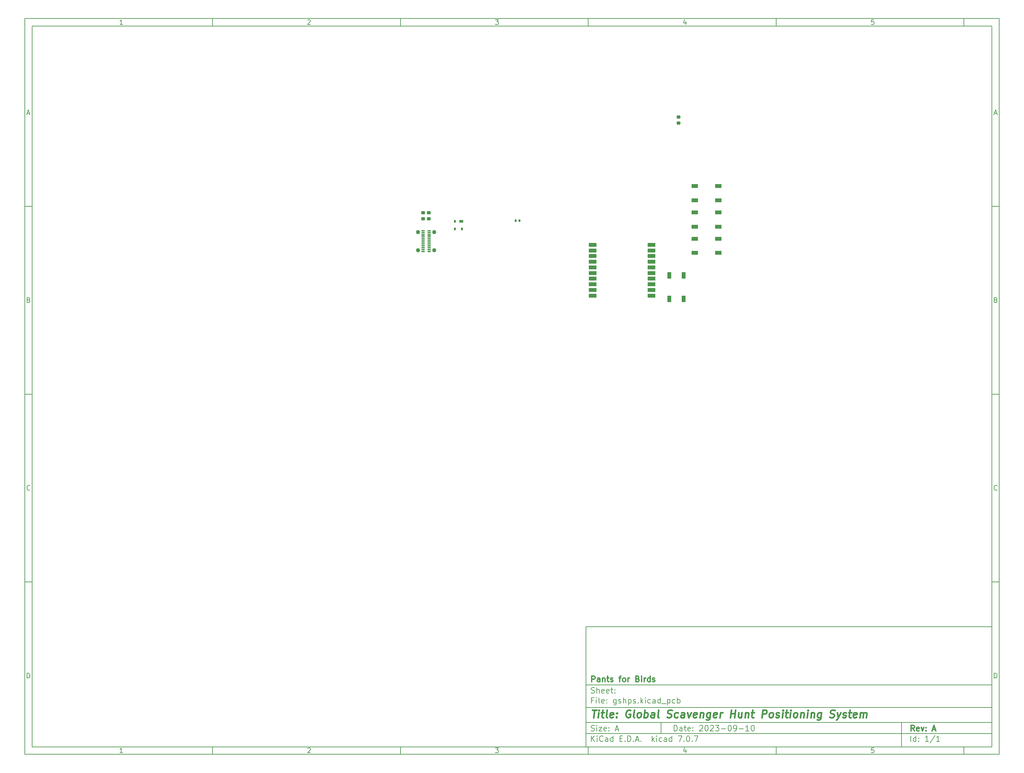
<source format=gbr>
%TF.GenerationSoftware,KiCad,Pcbnew,7.0.7*%
%TF.CreationDate,2023-09-15T21:11:31-07:00*%
%TF.ProjectId,gshps,67736870-732e-46b6-9963-61645f706362,A*%
%TF.SameCoordinates,Original*%
%TF.FileFunction,Paste,Top*%
%TF.FilePolarity,Positive*%
%FSLAX46Y46*%
G04 Gerber Fmt 4.6, Leading zero omitted, Abs format (unit mm)*
G04 Created by KiCad (PCBNEW 7.0.7) date 2023-09-15 21:11:31*
%MOMM*%
%LPD*%
G01*
G04 APERTURE LIST*
G04 Aperture macros list*
%AMRoundRect*
0 Rectangle with rounded corners*
0 $1 Rounding radius*
0 $2 $3 $4 $5 $6 $7 $8 $9 X,Y pos of 4 corners*
0 Add a 4 corners polygon primitive as box body*
4,1,4,$2,$3,$4,$5,$6,$7,$8,$9,$2,$3,0*
0 Add four circle primitives for the rounded corners*
1,1,$1+$1,$2,$3*
1,1,$1+$1,$4,$5*
1,1,$1+$1,$6,$7*
1,1,$1+$1,$8,$9*
0 Add four rect primitives between the rounded corners*
20,1,$1+$1,$2,$3,$4,$5,0*
20,1,$1+$1,$4,$5,$6,$7,0*
20,1,$1+$1,$6,$7,$8,$9,0*
20,1,$1+$1,$8,$9,$2,$3,0*%
G04 Aperture macros list end*
%ADD10C,0.100000*%
%ADD11C,0.150000*%
%ADD12C,0.300000*%
%ADD13C,0.400000*%
%ADD14RoundRect,0.140000X-0.140000X-0.170000X0.140000X-0.170000X0.140000X0.170000X-0.140000X0.170000X0*%
%ADD15R,1.700000X1.000000*%
%ADD16C,1.100000*%
%ADD17R,0.850000X0.300000*%
%ADD18RoundRect,0.218750X-0.256250X0.218750X-0.256250X-0.218750X0.256250X-0.218750X0.256250X0.218750X0*%
%ADD19R,0.600000X0.700000*%
%ADD20R,1.000000X0.700000*%
%ADD21RoundRect,0.218750X0.256250X-0.218750X0.256250X0.218750X-0.256250X0.218750X-0.256250X-0.218750X0*%
%ADD22R,1.000000X1.700000*%
%ADD23R,2.000000X1.000000*%
G04 APERTURE END LIST*
D10*
D11*
X159400000Y-171900000D02*
X267400000Y-171900000D01*
X267400000Y-203900000D01*
X159400000Y-203900000D01*
X159400000Y-171900000D01*
D10*
D11*
X10000000Y-10000000D02*
X269400000Y-10000000D01*
X269400000Y-205900000D01*
X10000000Y-205900000D01*
X10000000Y-10000000D01*
D10*
D11*
X12000000Y-12000000D02*
X267400000Y-12000000D01*
X267400000Y-203900000D01*
X12000000Y-203900000D01*
X12000000Y-12000000D01*
D10*
D11*
X60000000Y-12000000D02*
X60000000Y-10000000D01*
D10*
D11*
X110000000Y-12000000D02*
X110000000Y-10000000D01*
D10*
D11*
X160000000Y-12000000D02*
X160000000Y-10000000D01*
D10*
D11*
X210000000Y-12000000D02*
X210000000Y-10000000D01*
D10*
D11*
X260000000Y-12000000D02*
X260000000Y-10000000D01*
D10*
D11*
X36089160Y-11593604D02*
X35346303Y-11593604D01*
X35717731Y-11593604D02*
X35717731Y-10293604D01*
X35717731Y-10293604D02*
X35593922Y-10479319D01*
X35593922Y-10479319D02*
X35470112Y-10603128D01*
X35470112Y-10603128D02*
X35346303Y-10665033D01*
D10*
D11*
X85346303Y-10417414D02*
X85408207Y-10355509D01*
X85408207Y-10355509D02*
X85532017Y-10293604D01*
X85532017Y-10293604D02*
X85841541Y-10293604D01*
X85841541Y-10293604D02*
X85965350Y-10355509D01*
X85965350Y-10355509D02*
X86027255Y-10417414D01*
X86027255Y-10417414D02*
X86089160Y-10541223D01*
X86089160Y-10541223D02*
X86089160Y-10665033D01*
X86089160Y-10665033D02*
X86027255Y-10850747D01*
X86027255Y-10850747D02*
X85284398Y-11593604D01*
X85284398Y-11593604D02*
X86089160Y-11593604D01*
D10*
D11*
X135284398Y-10293604D02*
X136089160Y-10293604D01*
X136089160Y-10293604D02*
X135655826Y-10788842D01*
X135655826Y-10788842D02*
X135841541Y-10788842D01*
X135841541Y-10788842D02*
X135965350Y-10850747D01*
X135965350Y-10850747D02*
X136027255Y-10912652D01*
X136027255Y-10912652D02*
X136089160Y-11036461D01*
X136089160Y-11036461D02*
X136089160Y-11345985D01*
X136089160Y-11345985D02*
X136027255Y-11469795D01*
X136027255Y-11469795D02*
X135965350Y-11531700D01*
X135965350Y-11531700D02*
X135841541Y-11593604D01*
X135841541Y-11593604D02*
X135470112Y-11593604D01*
X135470112Y-11593604D02*
X135346303Y-11531700D01*
X135346303Y-11531700D02*
X135284398Y-11469795D01*
D10*
D11*
X185965350Y-10726938D02*
X185965350Y-11593604D01*
X185655826Y-10231700D02*
X185346303Y-11160271D01*
X185346303Y-11160271D02*
X186151064Y-11160271D01*
D10*
D11*
X236027255Y-10293604D02*
X235408207Y-10293604D01*
X235408207Y-10293604D02*
X235346303Y-10912652D01*
X235346303Y-10912652D02*
X235408207Y-10850747D01*
X235408207Y-10850747D02*
X235532017Y-10788842D01*
X235532017Y-10788842D02*
X235841541Y-10788842D01*
X235841541Y-10788842D02*
X235965350Y-10850747D01*
X235965350Y-10850747D02*
X236027255Y-10912652D01*
X236027255Y-10912652D02*
X236089160Y-11036461D01*
X236089160Y-11036461D02*
X236089160Y-11345985D01*
X236089160Y-11345985D02*
X236027255Y-11469795D01*
X236027255Y-11469795D02*
X235965350Y-11531700D01*
X235965350Y-11531700D02*
X235841541Y-11593604D01*
X235841541Y-11593604D02*
X235532017Y-11593604D01*
X235532017Y-11593604D02*
X235408207Y-11531700D01*
X235408207Y-11531700D02*
X235346303Y-11469795D01*
D10*
D11*
X60000000Y-203900000D02*
X60000000Y-205900000D01*
D10*
D11*
X110000000Y-203900000D02*
X110000000Y-205900000D01*
D10*
D11*
X160000000Y-203900000D02*
X160000000Y-205900000D01*
D10*
D11*
X210000000Y-203900000D02*
X210000000Y-205900000D01*
D10*
D11*
X260000000Y-203900000D02*
X260000000Y-205900000D01*
D10*
D11*
X36089160Y-205493604D02*
X35346303Y-205493604D01*
X35717731Y-205493604D02*
X35717731Y-204193604D01*
X35717731Y-204193604D02*
X35593922Y-204379319D01*
X35593922Y-204379319D02*
X35470112Y-204503128D01*
X35470112Y-204503128D02*
X35346303Y-204565033D01*
D10*
D11*
X85346303Y-204317414D02*
X85408207Y-204255509D01*
X85408207Y-204255509D02*
X85532017Y-204193604D01*
X85532017Y-204193604D02*
X85841541Y-204193604D01*
X85841541Y-204193604D02*
X85965350Y-204255509D01*
X85965350Y-204255509D02*
X86027255Y-204317414D01*
X86027255Y-204317414D02*
X86089160Y-204441223D01*
X86089160Y-204441223D02*
X86089160Y-204565033D01*
X86089160Y-204565033D02*
X86027255Y-204750747D01*
X86027255Y-204750747D02*
X85284398Y-205493604D01*
X85284398Y-205493604D02*
X86089160Y-205493604D01*
D10*
D11*
X135284398Y-204193604D02*
X136089160Y-204193604D01*
X136089160Y-204193604D02*
X135655826Y-204688842D01*
X135655826Y-204688842D02*
X135841541Y-204688842D01*
X135841541Y-204688842D02*
X135965350Y-204750747D01*
X135965350Y-204750747D02*
X136027255Y-204812652D01*
X136027255Y-204812652D02*
X136089160Y-204936461D01*
X136089160Y-204936461D02*
X136089160Y-205245985D01*
X136089160Y-205245985D02*
X136027255Y-205369795D01*
X136027255Y-205369795D02*
X135965350Y-205431700D01*
X135965350Y-205431700D02*
X135841541Y-205493604D01*
X135841541Y-205493604D02*
X135470112Y-205493604D01*
X135470112Y-205493604D02*
X135346303Y-205431700D01*
X135346303Y-205431700D02*
X135284398Y-205369795D01*
D10*
D11*
X185965350Y-204626938D02*
X185965350Y-205493604D01*
X185655826Y-204131700D02*
X185346303Y-205060271D01*
X185346303Y-205060271D02*
X186151064Y-205060271D01*
D10*
D11*
X236027255Y-204193604D02*
X235408207Y-204193604D01*
X235408207Y-204193604D02*
X235346303Y-204812652D01*
X235346303Y-204812652D02*
X235408207Y-204750747D01*
X235408207Y-204750747D02*
X235532017Y-204688842D01*
X235532017Y-204688842D02*
X235841541Y-204688842D01*
X235841541Y-204688842D02*
X235965350Y-204750747D01*
X235965350Y-204750747D02*
X236027255Y-204812652D01*
X236027255Y-204812652D02*
X236089160Y-204936461D01*
X236089160Y-204936461D02*
X236089160Y-205245985D01*
X236089160Y-205245985D02*
X236027255Y-205369795D01*
X236027255Y-205369795D02*
X235965350Y-205431700D01*
X235965350Y-205431700D02*
X235841541Y-205493604D01*
X235841541Y-205493604D02*
X235532017Y-205493604D01*
X235532017Y-205493604D02*
X235408207Y-205431700D01*
X235408207Y-205431700D02*
X235346303Y-205369795D01*
D10*
D11*
X10000000Y-60000000D02*
X12000000Y-60000000D01*
D10*
D11*
X10000000Y-110000000D02*
X12000000Y-110000000D01*
D10*
D11*
X10000000Y-160000000D02*
X12000000Y-160000000D01*
D10*
D11*
X10690476Y-35222176D02*
X11309523Y-35222176D01*
X10566666Y-35593604D02*
X10999999Y-34293604D01*
X10999999Y-34293604D02*
X11433333Y-35593604D01*
D10*
D11*
X11092857Y-84912652D02*
X11278571Y-84974557D01*
X11278571Y-84974557D02*
X11340476Y-85036461D01*
X11340476Y-85036461D02*
X11402380Y-85160271D01*
X11402380Y-85160271D02*
X11402380Y-85345985D01*
X11402380Y-85345985D02*
X11340476Y-85469795D01*
X11340476Y-85469795D02*
X11278571Y-85531700D01*
X11278571Y-85531700D02*
X11154761Y-85593604D01*
X11154761Y-85593604D02*
X10659523Y-85593604D01*
X10659523Y-85593604D02*
X10659523Y-84293604D01*
X10659523Y-84293604D02*
X11092857Y-84293604D01*
X11092857Y-84293604D02*
X11216666Y-84355509D01*
X11216666Y-84355509D02*
X11278571Y-84417414D01*
X11278571Y-84417414D02*
X11340476Y-84541223D01*
X11340476Y-84541223D02*
X11340476Y-84665033D01*
X11340476Y-84665033D02*
X11278571Y-84788842D01*
X11278571Y-84788842D02*
X11216666Y-84850747D01*
X11216666Y-84850747D02*
X11092857Y-84912652D01*
X11092857Y-84912652D02*
X10659523Y-84912652D01*
D10*
D11*
X11402380Y-135469795D02*
X11340476Y-135531700D01*
X11340476Y-135531700D02*
X11154761Y-135593604D01*
X11154761Y-135593604D02*
X11030952Y-135593604D01*
X11030952Y-135593604D02*
X10845238Y-135531700D01*
X10845238Y-135531700D02*
X10721428Y-135407890D01*
X10721428Y-135407890D02*
X10659523Y-135284080D01*
X10659523Y-135284080D02*
X10597619Y-135036461D01*
X10597619Y-135036461D02*
X10597619Y-134850747D01*
X10597619Y-134850747D02*
X10659523Y-134603128D01*
X10659523Y-134603128D02*
X10721428Y-134479319D01*
X10721428Y-134479319D02*
X10845238Y-134355509D01*
X10845238Y-134355509D02*
X11030952Y-134293604D01*
X11030952Y-134293604D02*
X11154761Y-134293604D01*
X11154761Y-134293604D02*
X11340476Y-134355509D01*
X11340476Y-134355509D02*
X11402380Y-134417414D01*
D10*
D11*
X10659523Y-185593604D02*
X10659523Y-184293604D01*
X10659523Y-184293604D02*
X10969047Y-184293604D01*
X10969047Y-184293604D02*
X11154761Y-184355509D01*
X11154761Y-184355509D02*
X11278571Y-184479319D01*
X11278571Y-184479319D02*
X11340476Y-184603128D01*
X11340476Y-184603128D02*
X11402380Y-184850747D01*
X11402380Y-184850747D02*
X11402380Y-185036461D01*
X11402380Y-185036461D02*
X11340476Y-185284080D01*
X11340476Y-185284080D02*
X11278571Y-185407890D01*
X11278571Y-185407890D02*
X11154761Y-185531700D01*
X11154761Y-185531700D02*
X10969047Y-185593604D01*
X10969047Y-185593604D02*
X10659523Y-185593604D01*
D10*
D11*
X269400000Y-60000000D02*
X267400000Y-60000000D01*
D10*
D11*
X269400000Y-110000000D02*
X267400000Y-110000000D01*
D10*
D11*
X269400000Y-160000000D02*
X267400000Y-160000000D01*
D10*
D11*
X268090476Y-35222176D02*
X268709523Y-35222176D01*
X267966666Y-35593604D02*
X268399999Y-34293604D01*
X268399999Y-34293604D02*
X268833333Y-35593604D01*
D10*
D11*
X268492857Y-84912652D02*
X268678571Y-84974557D01*
X268678571Y-84974557D02*
X268740476Y-85036461D01*
X268740476Y-85036461D02*
X268802380Y-85160271D01*
X268802380Y-85160271D02*
X268802380Y-85345985D01*
X268802380Y-85345985D02*
X268740476Y-85469795D01*
X268740476Y-85469795D02*
X268678571Y-85531700D01*
X268678571Y-85531700D02*
X268554761Y-85593604D01*
X268554761Y-85593604D02*
X268059523Y-85593604D01*
X268059523Y-85593604D02*
X268059523Y-84293604D01*
X268059523Y-84293604D02*
X268492857Y-84293604D01*
X268492857Y-84293604D02*
X268616666Y-84355509D01*
X268616666Y-84355509D02*
X268678571Y-84417414D01*
X268678571Y-84417414D02*
X268740476Y-84541223D01*
X268740476Y-84541223D02*
X268740476Y-84665033D01*
X268740476Y-84665033D02*
X268678571Y-84788842D01*
X268678571Y-84788842D02*
X268616666Y-84850747D01*
X268616666Y-84850747D02*
X268492857Y-84912652D01*
X268492857Y-84912652D02*
X268059523Y-84912652D01*
D10*
D11*
X268802380Y-135469795D02*
X268740476Y-135531700D01*
X268740476Y-135531700D02*
X268554761Y-135593604D01*
X268554761Y-135593604D02*
X268430952Y-135593604D01*
X268430952Y-135593604D02*
X268245238Y-135531700D01*
X268245238Y-135531700D02*
X268121428Y-135407890D01*
X268121428Y-135407890D02*
X268059523Y-135284080D01*
X268059523Y-135284080D02*
X267997619Y-135036461D01*
X267997619Y-135036461D02*
X267997619Y-134850747D01*
X267997619Y-134850747D02*
X268059523Y-134603128D01*
X268059523Y-134603128D02*
X268121428Y-134479319D01*
X268121428Y-134479319D02*
X268245238Y-134355509D01*
X268245238Y-134355509D02*
X268430952Y-134293604D01*
X268430952Y-134293604D02*
X268554761Y-134293604D01*
X268554761Y-134293604D02*
X268740476Y-134355509D01*
X268740476Y-134355509D02*
X268802380Y-134417414D01*
D10*
D11*
X268059523Y-185593604D02*
X268059523Y-184293604D01*
X268059523Y-184293604D02*
X268369047Y-184293604D01*
X268369047Y-184293604D02*
X268554761Y-184355509D01*
X268554761Y-184355509D02*
X268678571Y-184479319D01*
X268678571Y-184479319D02*
X268740476Y-184603128D01*
X268740476Y-184603128D02*
X268802380Y-184850747D01*
X268802380Y-184850747D02*
X268802380Y-185036461D01*
X268802380Y-185036461D02*
X268740476Y-185284080D01*
X268740476Y-185284080D02*
X268678571Y-185407890D01*
X268678571Y-185407890D02*
X268554761Y-185531700D01*
X268554761Y-185531700D02*
X268369047Y-185593604D01*
X268369047Y-185593604D02*
X268059523Y-185593604D01*
D10*
D11*
X182855826Y-199686128D02*
X182855826Y-198186128D01*
X182855826Y-198186128D02*
X183212969Y-198186128D01*
X183212969Y-198186128D02*
X183427255Y-198257557D01*
X183427255Y-198257557D02*
X183570112Y-198400414D01*
X183570112Y-198400414D02*
X183641541Y-198543271D01*
X183641541Y-198543271D02*
X183712969Y-198828985D01*
X183712969Y-198828985D02*
X183712969Y-199043271D01*
X183712969Y-199043271D02*
X183641541Y-199328985D01*
X183641541Y-199328985D02*
X183570112Y-199471842D01*
X183570112Y-199471842D02*
X183427255Y-199614700D01*
X183427255Y-199614700D02*
X183212969Y-199686128D01*
X183212969Y-199686128D02*
X182855826Y-199686128D01*
X184998684Y-199686128D02*
X184998684Y-198900414D01*
X184998684Y-198900414D02*
X184927255Y-198757557D01*
X184927255Y-198757557D02*
X184784398Y-198686128D01*
X184784398Y-198686128D02*
X184498684Y-198686128D01*
X184498684Y-198686128D02*
X184355826Y-198757557D01*
X184998684Y-199614700D02*
X184855826Y-199686128D01*
X184855826Y-199686128D02*
X184498684Y-199686128D01*
X184498684Y-199686128D02*
X184355826Y-199614700D01*
X184355826Y-199614700D02*
X184284398Y-199471842D01*
X184284398Y-199471842D02*
X184284398Y-199328985D01*
X184284398Y-199328985D02*
X184355826Y-199186128D01*
X184355826Y-199186128D02*
X184498684Y-199114700D01*
X184498684Y-199114700D02*
X184855826Y-199114700D01*
X184855826Y-199114700D02*
X184998684Y-199043271D01*
X185498684Y-198686128D02*
X186070112Y-198686128D01*
X185712969Y-198186128D02*
X185712969Y-199471842D01*
X185712969Y-199471842D02*
X185784398Y-199614700D01*
X185784398Y-199614700D02*
X185927255Y-199686128D01*
X185927255Y-199686128D02*
X186070112Y-199686128D01*
X187141541Y-199614700D02*
X186998684Y-199686128D01*
X186998684Y-199686128D02*
X186712970Y-199686128D01*
X186712970Y-199686128D02*
X186570112Y-199614700D01*
X186570112Y-199614700D02*
X186498684Y-199471842D01*
X186498684Y-199471842D02*
X186498684Y-198900414D01*
X186498684Y-198900414D02*
X186570112Y-198757557D01*
X186570112Y-198757557D02*
X186712970Y-198686128D01*
X186712970Y-198686128D02*
X186998684Y-198686128D01*
X186998684Y-198686128D02*
X187141541Y-198757557D01*
X187141541Y-198757557D02*
X187212970Y-198900414D01*
X187212970Y-198900414D02*
X187212970Y-199043271D01*
X187212970Y-199043271D02*
X186498684Y-199186128D01*
X187855826Y-199543271D02*
X187927255Y-199614700D01*
X187927255Y-199614700D02*
X187855826Y-199686128D01*
X187855826Y-199686128D02*
X187784398Y-199614700D01*
X187784398Y-199614700D02*
X187855826Y-199543271D01*
X187855826Y-199543271D02*
X187855826Y-199686128D01*
X187855826Y-198757557D02*
X187927255Y-198828985D01*
X187927255Y-198828985D02*
X187855826Y-198900414D01*
X187855826Y-198900414D02*
X187784398Y-198828985D01*
X187784398Y-198828985D02*
X187855826Y-198757557D01*
X187855826Y-198757557D02*
X187855826Y-198900414D01*
X189641541Y-198328985D02*
X189712969Y-198257557D01*
X189712969Y-198257557D02*
X189855827Y-198186128D01*
X189855827Y-198186128D02*
X190212969Y-198186128D01*
X190212969Y-198186128D02*
X190355827Y-198257557D01*
X190355827Y-198257557D02*
X190427255Y-198328985D01*
X190427255Y-198328985D02*
X190498684Y-198471842D01*
X190498684Y-198471842D02*
X190498684Y-198614700D01*
X190498684Y-198614700D02*
X190427255Y-198828985D01*
X190427255Y-198828985D02*
X189570112Y-199686128D01*
X189570112Y-199686128D02*
X190498684Y-199686128D01*
X191427255Y-198186128D02*
X191570112Y-198186128D01*
X191570112Y-198186128D02*
X191712969Y-198257557D01*
X191712969Y-198257557D02*
X191784398Y-198328985D01*
X191784398Y-198328985D02*
X191855826Y-198471842D01*
X191855826Y-198471842D02*
X191927255Y-198757557D01*
X191927255Y-198757557D02*
X191927255Y-199114700D01*
X191927255Y-199114700D02*
X191855826Y-199400414D01*
X191855826Y-199400414D02*
X191784398Y-199543271D01*
X191784398Y-199543271D02*
X191712969Y-199614700D01*
X191712969Y-199614700D02*
X191570112Y-199686128D01*
X191570112Y-199686128D02*
X191427255Y-199686128D01*
X191427255Y-199686128D02*
X191284398Y-199614700D01*
X191284398Y-199614700D02*
X191212969Y-199543271D01*
X191212969Y-199543271D02*
X191141540Y-199400414D01*
X191141540Y-199400414D02*
X191070112Y-199114700D01*
X191070112Y-199114700D02*
X191070112Y-198757557D01*
X191070112Y-198757557D02*
X191141540Y-198471842D01*
X191141540Y-198471842D02*
X191212969Y-198328985D01*
X191212969Y-198328985D02*
X191284398Y-198257557D01*
X191284398Y-198257557D02*
X191427255Y-198186128D01*
X192498683Y-198328985D02*
X192570111Y-198257557D01*
X192570111Y-198257557D02*
X192712969Y-198186128D01*
X192712969Y-198186128D02*
X193070111Y-198186128D01*
X193070111Y-198186128D02*
X193212969Y-198257557D01*
X193212969Y-198257557D02*
X193284397Y-198328985D01*
X193284397Y-198328985D02*
X193355826Y-198471842D01*
X193355826Y-198471842D02*
X193355826Y-198614700D01*
X193355826Y-198614700D02*
X193284397Y-198828985D01*
X193284397Y-198828985D02*
X192427254Y-199686128D01*
X192427254Y-199686128D02*
X193355826Y-199686128D01*
X193855825Y-198186128D02*
X194784397Y-198186128D01*
X194784397Y-198186128D02*
X194284397Y-198757557D01*
X194284397Y-198757557D02*
X194498682Y-198757557D01*
X194498682Y-198757557D02*
X194641540Y-198828985D01*
X194641540Y-198828985D02*
X194712968Y-198900414D01*
X194712968Y-198900414D02*
X194784397Y-199043271D01*
X194784397Y-199043271D02*
X194784397Y-199400414D01*
X194784397Y-199400414D02*
X194712968Y-199543271D01*
X194712968Y-199543271D02*
X194641540Y-199614700D01*
X194641540Y-199614700D02*
X194498682Y-199686128D01*
X194498682Y-199686128D02*
X194070111Y-199686128D01*
X194070111Y-199686128D02*
X193927254Y-199614700D01*
X193927254Y-199614700D02*
X193855825Y-199543271D01*
X195427253Y-199114700D02*
X196570111Y-199114700D01*
X197570111Y-198186128D02*
X197712968Y-198186128D01*
X197712968Y-198186128D02*
X197855825Y-198257557D01*
X197855825Y-198257557D02*
X197927254Y-198328985D01*
X197927254Y-198328985D02*
X197998682Y-198471842D01*
X197998682Y-198471842D02*
X198070111Y-198757557D01*
X198070111Y-198757557D02*
X198070111Y-199114700D01*
X198070111Y-199114700D02*
X197998682Y-199400414D01*
X197998682Y-199400414D02*
X197927254Y-199543271D01*
X197927254Y-199543271D02*
X197855825Y-199614700D01*
X197855825Y-199614700D02*
X197712968Y-199686128D01*
X197712968Y-199686128D02*
X197570111Y-199686128D01*
X197570111Y-199686128D02*
X197427254Y-199614700D01*
X197427254Y-199614700D02*
X197355825Y-199543271D01*
X197355825Y-199543271D02*
X197284396Y-199400414D01*
X197284396Y-199400414D02*
X197212968Y-199114700D01*
X197212968Y-199114700D02*
X197212968Y-198757557D01*
X197212968Y-198757557D02*
X197284396Y-198471842D01*
X197284396Y-198471842D02*
X197355825Y-198328985D01*
X197355825Y-198328985D02*
X197427254Y-198257557D01*
X197427254Y-198257557D02*
X197570111Y-198186128D01*
X198784396Y-199686128D02*
X199070110Y-199686128D01*
X199070110Y-199686128D02*
X199212967Y-199614700D01*
X199212967Y-199614700D02*
X199284396Y-199543271D01*
X199284396Y-199543271D02*
X199427253Y-199328985D01*
X199427253Y-199328985D02*
X199498682Y-199043271D01*
X199498682Y-199043271D02*
X199498682Y-198471842D01*
X199498682Y-198471842D02*
X199427253Y-198328985D01*
X199427253Y-198328985D02*
X199355825Y-198257557D01*
X199355825Y-198257557D02*
X199212967Y-198186128D01*
X199212967Y-198186128D02*
X198927253Y-198186128D01*
X198927253Y-198186128D02*
X198784396Y-198257557D01*
X198784396Y-198257557D02*
X198712967Y-198328985D01*
X198712967Y-198328985D02*
X198641539Y-198471842D01*
X198641539Y-198471842D02*
X198641539Y-198828985D01*
X198641539Y-198828985D02*
X198712967Y-198971842D01*
X198712967Y-198971842D02*
X198784396Y-199043271D01*
X198784396Y-199043271D02*
X198927253Y-199114700D01*
X198927253Y-199114700D02*
X199212967Y-199114700D01*
X199212967Y-199114700D02*
X199355825Y-199043271D01*
X199355825Y-199043271D02*
X199427253Y-198971842D01*
X199427253Y-198971842D02*
X199498682Y-198828985D01*
X200141538Y-199114700D02*
X201284396Y-199114700D01*
X202784396Y-199686128D02*
X201927253Y-199686128D01*
X202355824Y-199686128D02*
X202355824Y-198186128D01*
X202355824Y-198186128D02*
X202212967Y-198400414D01*
X202212967Y-198400414D02*
X202070110Y-198543271D01*
X202070110Y-198543271D02*
X201927253Y-198614700D01*
X203712967Y-198186128D02*
X203855824Y-198186128D01*
X203855824Y-198186128D02*
X203998681Y-198257557D01*
X203998681Y-198257557D02*
X204070110Y-198328985D01*
X204070110Y-198328985D02*
X204141538Y-198471842D01*
X204141538Y-198471842D02*
X204212967Y-198757557D01*
X204212967Y-198757557D02*
X204212967Y-199114700D01*
X204212967Y-199114700D02*
X204141538Y-199400414D01*
X204141538Y-199400414D02*
X204070110Y-199543271D01*
X204070110Y-199543271D02*
X203998681Y-199614700D01*
X203998681Y-199614700D02*
X203855824Y-199686128D01*
X203855824Y-199686128D02*
X203712967Y-199686128D01*
X203712967Y-199686128D02*
X203570110Y-199614700D01*
X203570110Y-199614700D02*
X203498681Y-199543271D01*
X203498681Y-199543271D02*
X203427252Y-199400414D01*
X203427252Y-199400414D02*
X203355824Y-199114700D01*
X203355824Y-199114700D02*
X203355824Y-198757557D01*
X203355824Y-198757557D02*
X203427252Y-198471842D01*
X203427252Y-198471842D02*
X203498681Y-198328985D01*
X203498681Y-198328985D02*
X203570110Y-198257557D01*
X203570110Y-198257557D02*
X203712967Y-198186128D01*
D10*
D11*
X159400000Y-200400000D02*
X267400000Y-200400000D01*
D10*
D11*
X160855826Y-202486128D02*
X160855826Y-200986128D01*
X161712969Y-202486128D02*
X161070112Y-201628985D01*
X161712969Y-200986128D02*
X160855826Y-201843271D01*
X162355826Y-202486128D02*
X162355826Y-201486128D01*
X162355826Y-200986128D02*
X162284398Y-201057557D01*
X162284398Y-201057557D02*
X162355826Y-201128985D01*
X162355826Y-201128985D02*
X162427255Y-201057557D01*
X162427255Y-201057557D02*
X162355826Y-200986128D01*
X162355826Y-200986128D02*
X162355826Y-201128985D01*
X163927255Y-202343271D02*
X163855827Y-202414700D01*
X163855827Y-202414700D02*
X163641541Y-202486128D01*
X163641541Y-202486128D02*
X163498684Y-202486128D01*
X163498684Y-202486128D02*
X163284398Y-202414700D01*
X163284398Y-202414700D02*
X163141541Y-202271842D01*
X163141541Y-202271842D02*
X163070112Y-202128985D01*
X163070112Y-202128985D02*
X162998684Y-201843271D01*
X162998684Y-201843271D02*
X162998684Y-201628985D01*
X162998684Y-201628985D02*
X163070112Y-201343271D01*
X163070112Y-201343271D02*
X163141541Y-201200414D01*
X163141541Y-201200414D02*
X163284398Y-201057557D01*
X163284398Y-201057557D02*
X163498684Y-200986128D01*
X163498684Y-200986128D02*
X163641541Y-200986128D01*
X163641541Y-200986128D02*
X163855827Y-201057557D01*
X163855827Y-201057557D02*
X163927255Y-201128985D01*
X165212970Y-202486128D02*
X165212970Y-201700414D01*
X165212970Y-201700414D02*
X165141541Y-201557557D01*
X165141541Y-201557557D02*
X164998684Y-201486128D01*
X164998684Y-201486128D02*
X164712970Y-201486128D01*
X164712970Y-201486128D02*
X164570112Y-201557557D01*
X165212970Y-202414700D02*
X165070112Y-202486128D01*
X165070112Y-202486128D02*
X164712970Y-202486128D01*
X164712970Y-202486128D02*
X164570112Y-202414700D01*
X164570112Y-202414700D02*
X164498684Y-202271842D01*
X164498684Y-202271842D02*
X164498684Y-202128985D01*
X164498684Y-202128985D02*
X164570112Y-201986128D01*
X164570112Y-201986128D02*
X164712970Y-201914700D01*
X164712970Y-201914700D02*
X165070112Y-201914700D01*
X165070112Y-201914700D02*
X165212970Y-201843271D01*
X166570113Y-202486128D02*
X166570113Y-200986128D01*
X166570113Y-202414700D02*
X166427255Y-202486128D01*
X166427255Y-202486128D02*
X166141541Y-202486128D01*
X166141541Y-202486128D02*
X165998684Y-202414700D01*
X165998684Y-202414700D02*
X165927255Y-202343271D01*
X165927255Y-202343271D02*
X165855827Y-202200414D01*
X165855827Y-202200414D02*
X165855827Y-201771842D01*
X165855827Y-201771842D02*
X165927255Y-201628985D01*
X165927255Y-201628985D02*
X165998684Y-201557557D01*
X165998684Y-201557557D02*
X166141541Y-201486128D01*
X166141541Y-201486128D02*
X166427255Y-201486128D01*
X166427255Y-201486128D02*
X166570113Y-201557557D01*
X168427255Y-201700414D02*
X168927255Y-201700414D01*
X169141541Y-202486128D02*
X168427255Y-202486128D01*
X168427255Y-202486128D02*
X168427255Y-200986128D01*
X168427255Y-200986128D02*
X169141541Y-200986128D01*
X169784398Y-202343271D02*
X169855827Y-202414700D01*
X169855827Y-202414700D02*
X169784398Y-202486128D01*
X169784398Y-202486128D02*
X169712970Y-202414700D01*
X169712970Y-202414700D02*
X169784398Y-202343271D01*
X169784398Y-202343271D02*
X169784398Y-202486128D01*
X170498684Y-202486128D02*
X170498684Y-200986128D01*
X170498684Y-200986128D02*
X170855827Y-200986128D01*
X170855827Y-200986128D02*
X171070113Y-201057557D01*
X171070113Y-201057557D02*
X171212970Y-201200414D01*
X171212970Y-201200414D02*
X171284399Y-201343271D01*
X171284399Y-201343271D02*
X171355827Y-201628985D01*
X171355827Y-201628985D02*
X171355827Y-201843271D01*
X171355827Y-201843271D02*
X171284399Y-202128985D01*
X171284399Y-202128985D02*
X171212970Y-202271842D01*
X171212970Y-202271842D02*
X171070113Y-202414700D01*
X171070113Y-202414700D02*
X170855827Y-202486128D01*
X170855827Y-202486128D02*
X170498684Y-202486128D01*
X171998684Y-202343271D02*
X172070113Y-202414700D01*
X172070113Y-202414700D02*
X171998684Y-202486128D01*
X171998684Y-202486128D02*
X171927256Y-202414700D01*
X171927256Y-202414700D02*
X171998684Y-202343271D01*
X171998684Y-202343271D02*
X171998684Y-202486128D01*
X172641542Y-202057557D02*
X173355828Y-202057557D01*
X172498685Y-202486128D02*
X172998685Y-200986128D01*
X172998685Y-200986128D02*
X173498685Y-202486128D01*
X173998684Y-202343271D02*
X174070113Y-202414700D01*
X174070113Y-202414700D02*
X173998684Y-202486128D01*
X173998684Y-202486128D02*
X173927256Y-202414700D01*
X173927256Y-202414700D02*
X173998684Y-202343271D01*
X173998684Y-202343271D02*
X173998684Y-202486128D01*
X176998684Y-202486128D02*
X176998684Y-200986128D01*
X177141542Y-201914700D02*
X177570113Y-202486128D01*
X177570113Y-201486128D02*
X176998684Y-202057557D01*
X178212970Y-202486128D02*
X178212970Y-201486128D01*
X178212970Y-200986128D02*
X178141542Y-201057557D01*
X178141542Y-201057557D02*
X178212970Y-201128985D01*
X178212970Y-201128985D02*
X178284399Y-201057557D01*
X178284399Y-201057557D02*
X178212970Y-200986128D01*
X178212970Y-200986128D02*
X178212970Y-201128985D01*
X179570114Y-202414700D02*
X179427256Y-202486128D01*
X179427256Y-202486128D02*
X179141542Y-202486128D01*
X179141542Y-202486128D02*
X178998685Y-202414700D01*
X178998685Y-202414700D02*
X178927256Y-202343271D01*
X178927256Y-202343271D02*
X178855828Y-202200414D01*
X178855828Y-202200414D02*
X178855828Y-201771842D01*
X178855828Y-201771842D02*
X178927256Y-201628985D01*
X178927256Y-201628985D02*
X178998685Y-201557557D01*
X178998685Y-201557557D02*
X179141542Y-201486128D01*
X179141542Y-201486128D02*
X179427256Y-201486128D01*
X179427256Y-201486128D02*
X179570114Y-201557557D01*
X180855828Y-202486128D02*
X180855828Y-201700414D01*
X180855828Y-201700414D02*
X180784399Y-201557557D01*
X180784399Y-201557557D02*
X180641542Y-201486128D01*
X180641542Y-201486128D02*
X180355828Y-201486128D01*
X180355828Y-201486128D02*
X180212970Y-201557557D01*
X180855828Y-202414700D02*
X180712970Y-202486128D01*
X180712970Y-202486128D02*
X180355828Y-202486128D01*
X180355828Y-202486128D02*
X180212970Y-202414700D01*
X180212970Y-202414700D02*
X180141542Y-202271842D01*
X180141542Y-202271842D02*
X180141542Y-202128985D01*
X180141542Y-202128985D02*
X180212970Y-201986128D01*
X180212970Y-201986128D02*
X180355828Y-201914700D01*
X180355828Y-201914700D02*
X180712970Y-201914700D01*
X180712970Y-201914700D02*
X180855828Y-201843271D01*
X182212971Y-202486128D02*
X182212971Y-200986128D01*
X182212971Y-202414700D02*
X182070113Y-202486128D01*
X182070113Y-202486128D02*
X181784399Y-202486128D01*
X181784399Y-202486128D02*
X181641542Y-202414700D01*
X181641542Y-202414700D02*
X181570113Y-202343271D01*
X181570113Y-202343271D02*
X181498685Y-202200414D01*
X181498685Y-202200414D02*
X181498685Y-201771842D01*
X181498685Y-201771842D02*
X181570113Y-201628985D01*
X181570113Y-201628985D02*
X181641542Y-201557557D01*
X181641542Y-201557557D02*
X181784399Y-201486128D01*
X181784399Y-201486128D02*
X182070113Y-201486128D01*
X182070113Y-201486128D02*
X182212971Y-201557557D01*
X183927256Y-200986128D02*
X184927256Y-200986128D01*
X184927256Y-200986128D02*
X184284399Y-202486128D01*
X185498684Y-202343271D02*
X185570113Y-202414700D01*
X185570113Y-202414700D02*
X185498684Y-202486128D01*
X185498684Y-202486128D02*
X185427256Y-202414700D01*
X185427256Y-202414700D02*
X185498684Y-202343271D01*
X185498684Y-202343271D02*
X185498684Y-202486128D01*
X186498685Y-200986128D02*
X186641542Y-200986128D01*
X186641542Y-200986128D02*
X186784399Y-201057557D01*
X186784399Y-201057557D02*
X186855828Y-201128985D01*
X186855828Y-201128985D02*
X186927256Y-201271842D01*
X186927256Y-201271842D02*
X186998685Y-201557557D01*
X186998685Y-201557557D02*
X186998685Y-201914700D01*
X186998685Y-201914700D02*
X186927256Y-202200414D01*
X186927256Y-202200414D02*
X186855828Y-202343271D01*
X186855828Y-202343271D02*
X186784399Y-202414700D01*
X186784399Y-202414700D02*
X186641542Y-202486128D01*
X186641542Y-202486128D02*
X186498685Y-202486128D01*
X186498685Y-202486128D02*
X186355828Y-202414700D01*
X186355828Y-202414700D02*
X186284399Y-202343271D01*
X186284399Y-202343271D02*
X186212970Y-202200414D01*
X186212970Y-202200414D02*
X186141542Y-201914700D01*
X186141542Y-201914700D02*
X186141542Y-201557557D01*
X186141542Y-201557557D02*
X186212970Y-201271842D01*
X186212970Y-201271842D02*
X186284399Y-201128985D01*
X186284399Y-201128985D02*
X186355828Y-201057557D01*
X186355828Y-201057557D02*
X186498685Y-200986128D01*
X187641541Y-202343271D02*
X187712970Y-202414700D01*
X187712970Y-202414700D02*
X187641541Y-202486128D01*
X187641541Y-202486128D02*
X187570113Y-202414700D01*
X187570113Y-202414700D02*
X187641541Y-202343271D01*
X187641541Y-202343271D02*
X187641541Y-202486128D01*
X188212970Y-200986128D02*
X189212970Y-200986128D01*
X189212970Y-200986128D02*
X188570113Y-202486128D01*
D10*
D11*
X159400000Y-197400000D02*
X267400000Y-197400000D01*
D10*
D12*
X246811653Y-199678328D02*
X246311653Y-198964042D01*
X245954510Y-199678328D02*
X245954510Y-198178328D01*
X245954510Y-198178328D02*
X246525939Y-198178328D01*
X246525939Y-198178328D02*
X246668796Y-198249757D01*
X246668796Y-198249757D02*
X246740225Y-198321185D01*
X246740225Y-198321185D02*
X246811653Y-198464042D01*
X246811653Y-198464042D02*
X246811653Y-198678328D01*
X246811653Y-198678328D02*
X246740225Y-198821185D01*
X246740225Y-198821185D02*
X246668796Y-198892614D01*
X246668796Y-198892614D02*
X246525939Y-198964042D01*
X246525939Y-198964042D02*
X245954510Y-198964042D01*
X248025939Y-199606900D02*
X247883082Y-199678328D01*
X247883082Y-199678328D02*
X247597368Y-199678328D01*
X247597368Y-199678328D02*
X247454510Y-199606900D01*
X247454510Y-199606900D02*
X247383082Y-199464042D01*
X247383082Y-199464042D02*
X247383082Y-198892614D01*
X247383082Y-198892614D02*
X247454510Y-198749757D01*
X247454510Y-198749757D02*
X247597368Y-198678328D01*
X247597368Y-198678328D02*
X247883082Y-198678328D01*
X247883082Y-198678328D02*
X248025939Y-198749757D01*
X248025939Y-198749757D02*
X248097368Y-198892614D01*
X248097368Y-198892614D02*
X248097368Y-199035471D01*
X248097368Y-199035471D02*
X247383082Y-199178328D01*
X248597367Y-198678328D02*
X248954510Y-199678328D01*
X248954510Y-199678328D02*
X249311653Y-198678328D01*
X249883081Y-199535471D02*
X249954510Y-199606900D01*
X249954510Y-199606900D02*
X249883081Y-199678328D01*
X249883081Y-199678328D02*
X249811653Y-199606900D01*
X249811653Y-199606900D02*
X249883081Y-199535471D01*
X249883081Y-199535471D02*
X249883081Y-199678328D01*
X249883081Y-198749757D02*
X249954510Y-198821185D01*
X249954510Y-198821185D02*
X249883081Y-198892614D01*
X249883081Y-198892614D02*
X249811653Y-198821185D01*
X249811653Y-198821185D02*
X249883081Y-198749757D01*
X249883081Y-198749757D02*
X249883081Y-198892614D01*
X251668796Y-199249757D02*
X252383082Y-199249757D01*
X251525939Y-199678328D02*
X252025939Y-198178328D01*
X252025939Y-198178328D02*
X252525939Y-199678328D01*
D10*
D11*
X160784398Y-199614700D02*
X160998684Y-199686128D01*
X160998684Y-199686128D02*
X161355826Y-199686128D01*
X161355826Y-199686128D02*
X161498684Y-199614700D01*
X161498684Y-199614700D02*
X161570112Y-199543271D01*
X161570112Y-199543271D02*
X161641541Y-199400414D01*
X161641541Y-199400414D02*
X161641541Y-199257557D01*
X161641541Y-199257557D02*
X161570112Y-199114700D01*
X161570112Y-199114700D02*
X161498684Y-199043271D01*
X161498684Y-199043271D02*
X161355826Y-198971842D01*
X161355826Y-198971842D02*
X161070112Y-198900414D01*
X161070112Y-198900414D02*
X160927255Y-198828985D01*
X160927255Y-198828985D02*
X160855826Y-198757557D01*
X160855826Y-198757557D02*
X160784398Y-198614700D01*
X160784398Y-198614700D02*
X160784398Y-198471842D01*
X160784398Y-198471842D02*
X160855826Y-198328985D01*
X160855826Y-198328985D02*
X160927255Y-198257557D01*
X160927255Y-198257557D02*
X161070112Y-198186128D01*
X161070112Y-198186128D02*
X161427255Y-198186128D01*
X161427255Y-198186128D02*
X161641541Y-198257557D01*
X162284397Y-199686128D02*
X162284397Y-198686128D01*
X162284397Y-198186128D02*
X162212969Y-198257557D01*
X162212969Y-198257557D02*
X162284397Y-198328985D01*
X162284397Y-198328985D02*
X162355826Y-198257557D01*
X162355826Y-198257557D02*
X162284397Y-198186128D01*
X162284397Y-198186128D02*
X162284397Y-198328985D01*
X162855826Y-198686128D02*
X163641541Y-198686128D01*
X163641541Y-198686128D02*
X162855826Y-199686128D01*
X162855826Y-199686128D02*
X163641541Y-199686128D01*
X164784398Y-199614700D02*
X164641541Y-199686128D01*
X164641541Y-199686128D02*
X164355827Y-199686128D01*
X164355827Y-199686128D02*
X164212969Y-199614700D01*
X164212969Y-199614700D02*
X164141541Y-199471842D01*
X164141541Y-199471842D02*
X164141541Y-198900414D01*
X164141541Y-198900414D02*
X164212969Y-198757557D01*
X164212969Y-198757557D02*
X164355827Y-198686128D01*
X164355827Y-198686128D02*
X164641541Y-198686128D01*
X164641541Y-198686128D02*
X164784398Y-198757557D01*
X164784398Y-198757557D02*
X164855827Y-198900414D01*
X164855827Y-198900414D02*
X164855827Y-199043271D01*
X164855827Y-199043271D02*
X164141541Y-199186128D01*
X165498683Y-199543271D02*
X165570112Y-199614700D01*
X165570112Y-199614700D02*
X165498683Y-199686128D01*
X165498683Y-199686128D02*
X165427255Y-199614700D01*
X165427255Y-199614700D02*
X165498683Y-199543271D01*
X165498683Y-199543271D02*
X165498683Y-199686128D01*
X165498683Y-198757557D02*
X165570112Y-198828985D01*
X165570112Y-198828985D02*
X165498683Y-198900414D01*
X165498683Y-198900414D02*
X165427255Y-198828985D01*
X165427255Y-198828985D02*
X165498683Y-198757557D01*
X165498683Y-198757557D02*
X165498683Y-198900414D01*
X167284398Y-199257557D02*
X167998684Y-199257557D01*
X167141541Y-199686128D02*
X167641541Y-198186128D01*
X167641541Y-198186128D02*
X168141541Y-199686128D01*
D10*
D11*
X245855826Y-202486128D02*
X245855826Y-200986128D01*
X247212970Y-202486128D02*
X247212970Y-200986128D01*
X247212970Y-202414700D02*
X247070112Y-202486128D01*
X247070112Y-202486128D02*
X246784398Y-202486128D01*
X246784398Y-202486128D02*
X246641541Y-202414700D01*
X246641541Y-202414700D02*
X246570112Y-202343271D01*
X246570112Y-202343271D02*
X246498684Y-202200414D01*
X246498684Y-202200414D02*
X246498684Y-201771842D01*
X246498684Y-201771842D02*
X246570112Y-201628985D01*
X246570112Y-201628985D02*
X246641541Y-201557557D01*
X246641541Y-201557557D02*
X246784398Y-201486128D01*
X246784398Y-201486128D02*
X247070112Y-201486128D01*
X247070112Y-201486128D02*
X247212970Y-201557557D01*
X247927255Y-202343271D02*
X247998684Y-202414700D01*
X247998684Y-202414700D02*
X247927255Y-202486128D01*
X247927255Y-202486128D02*
X247855827Y-202414700D01*
X247855827Y-202414700D02*
X247927255Y-202343271D01*
X247927255Y-202343271D02*
X247927255Y-202486128D01*
X247927255Y-201557557D02*
X247998684Y-201628985D01*
X247998684Y-201628985D02*
X247927255Y-201700414D01*
X247927255Y-201700414D02*
X247855827Y-201628985D01*
X247855827Y-201628985D02*
X247927255Y-201557557D01*
X247927255Y-201557557D02*
X247927255Y-201700414D01*
X250570113Y-202486128D02*
X249712970Y-202486128D01*
X250141541Y-202486128D02*
X250141541Y-200986128D01*
X250141541Y-200986128D02*
X249998684Y-201200414D01*
X249998684Y-201200414D02*
X249855827Y-201343271D01*
X249855827Y-201343271D02*
X249712970Y-201414700D01*
X252284398Y-200914700D02*
X250998684Y-202843271D01*
X253570113Y-202486128D02*
X252712970Y-202486128D01*
X253141541Y-202486128D02*
X253141541Y-200986128D01*
X253141541Y-200986128D02*
X252998684Y-201200414D01*
X252998684Y-201200414D02*
X252855827Y-201343271D01*
X252855827Y-201343271D02*
X252712970Y-201414700D01*
D10*
D11*
X159400000Y-193400000D02*
X267400000Y-193400000D01*
D10*
D13*
X161091728Y-194104438D02*
X162234585Y-194104438D01*
X161413157Y-196104438D02*
X161663157Y-194104438D01*
X162651252Y-196104438D02*
X162817919Y-194771104D01*
X162901252Y-194104438D02*
X162794109Y-194199676D01*
X162794109Y-194199676D02*
X162877443Y-194294914D01*
X162877443Y-194294914D02*
X162984586Y-194199676D01*
X162984586Y-194199676D02*
X162901252Y-194104438D01*
X162901252Y-194104438D02*
X162877443Y-194294914D01*
X163484586Y-194771104D02*
X164246490Y-194771104D01*
X163853633Y-194104438D02*
X163639348Y-195818723D01*
X163639348Y-195818723D02*
X163710776Y-196009200D01*
X163710776Y-196009200D02*
X163889348Y-196104438D01*
X163889348Y-196104438D02*
X164079824Y-196104438D01*
X165032205Y-196104438D02*
X164853633Y-196009200D01*
X164853633Y-196009200D02*
X164782205Y-195818723D01*
X164782205Y-195818723D02*
X164996490Y-194104438D01*
X166567919Y-196009200D02*
X166365538Y-196104438D01*
X166365538Y-196104438D02*
X165984585Y-196104438D01*
X165984585Y-196104438D02*
X165806014Y-196009200D01*
X165806014Y-196009200D02*
X165734585Y-195818723D01*
X165734585Y-195818723D02*
X165829824Y-195056819D01*
X165829824Y-195056819D02*
X165948871Y-194866342D01*
X165948871Y-194866342D02*
X166151252Y-194771104D01*
X166151252Y-194771104D02*
X166532204Y-194771104D01*
X166532204Y-194771104D02*
X166710776Y-194866342D01*
X166710776Y-194866342D02*
X166782204Y-195056819D01*
X166782204Y-195056819D02*
X166758395Y-195247295D01*
X166758395Y-195247295D02*
X165782204Y-195437771D01*
X167532205Y-195913961D02*
X167615538Y-196009200D01*
X167615538Y-196009200D02*
X167508395Y-196104438D01*
X167508395Y-196104438D02*
X167425062Y-196009200D01*
X167425062Y-196009200D02*
X167532205Y-195913961D01*
X167532205Y-195913961D02*
X167508395Y-196104438D01*
X167663157Y-194866342D02*
X167746490Y-194961580D01*
X167746490Y-194961580D02*
X167639348Y-195056819D01*
X167639348Y-195056819D02*
X167556014Y-194961580D01*
X167556014Y-194961580D02*
X167663157Y-194866342D01*
X167663157Y-194866342D02*
X167639348Y-195056819D01*
X171270301Y-194199676D02*
X171091729Y-194104438D01*
X171091729Y-194104438D02*
X170806015Y-194104438D01*
X170806015Y-194104438D02*
X170508396Y-194199676D01*
X170508396Y-194199676D02*
X170294110Y-194390152D01*
X170294110Y-194390152D02*
X170175062Y-194580628D01*
X170175062Y-194580628D02*
X170032205Y-194961580D01*
X170032205Y-194961580D02*
X169996491Y-195247295D01*
X169996491Y-195247295D02*
X170044110Y-195628247D01*
X170044110Y-195628247D02*
X170115539Y-195818723D01*
X170115539Y-195818723D02*
X170282205Y-196009200D01*
X170282205Y-196009200D02*
X170556015Y-196104438D01*
X170556015Y-196104438D02*
X170746491Y-196104438D01*
X170746491Y-196104438D02*
X171044110Y-196009200D01*
X171044110Y-196009200D02*
X171151253Y-195913961D01*
X171151253Y-195913961D02*
X171234586Y-195247295D01*
X171234586Y-195247295D02*
X170853634Y-195247295D01*
X172270301Y-196104438D02*
X172091729Y-196009200D01*
X172091729Y-196009200D02*
X172020301Y-195818723D01*
X172020301Y-195818723D02*
X172234586Y-194104438D01*
X173317920Y-196104438D02*
X173139348Y-196009200D01*
X173139348Y-196009200D02*
X173056015Y-195913961D01*
X173056015Y-195913961D02*
X172984586Y-195723485D01*
X172984586Y-195723485D02*
X173056015Y-195152057D01*
X173056015Y-195152057D02*
X173175062Y-194961580D01*
X173175062Y-194961580D02*
X173282205Y-194866342D01*
X173282205Y-194866342D02*
X173484586Y-194771104D01*
X173484586Y-194771104D02*
X173770300Y-194771104D01*
X173770300Y-194771104D02*
X173948872Y-194866342D01*
X173948872Y-194866342D02*
X174032205Y-194961580D01*
X174032205Y-194961580D02*
X174103634Y-195152057D01*
X174103634Y-195152057D02*
X174032205Y-195723485D01*
X174032205Y-195723485D02*
X173913158Y-195913961D01*
X173913158Y-195913961D02*
X173806015Y-196009200D01*
X173806015Y-196009200D02*
X173603634Y-196104438D01*
X173603634Y-196104438D02*
X173317920Y-196104438D01*
X174841729Y-196104438D02*
X175091729Y-194104438D01*
X174996491Y-194866342D02*
X175198872Y-194771104D01*
X175198872Y-194771104D02*
X175579824Y-194771104D01*
X175579824Y-194771104D02*
X175758396Y-194866342D01*
X175758396Y-194866342D02*
X175841729Y-194961580D01*
X175841729Y-194961580D02*
X175913158Y-195152057D01*
X175913158Y-195152057D02*
X175841729Y-195723485D01*
X175841729Y-195723485D02*
X175722682Y-195913961D01*
X175722682Y-195913961D02*
X175615539Y-196009200D01*
X175615539Y-196009200D02*
X175413158Y-196104438D01*
X175413158Y-196104438D02*
X175032205Y-196104438D01*
X175032205Y-196104438D02*
X174853634Y-196009200D01*
X177508396Y-196104438D02*
X177639348Y-195056819D01*
X177639348Y-195056819D02*
X177567920Y-194866342D01*
X177567920Y-194866342D02*
X177389348Y-194771104D01*
X177389348Y-194771104D02*
X177008396Y-194771104D01*
X177008396Y-194771104D02*
X176806015Y-194866342D01*
X177520301Y-196009200D02*
X177317920Y-196104438D01*
X177317920Y-196104438D02*
X176841729Y-196104438D01*
X176841729Y-196104438D02*
X176663158Y-196009200D01*
X176663158Y-196009200D02*
X176591729Y-195818723D01*
X176591729Y-195818723D02*
X176615539Y-195628247D01*
X176615539Y-195628247D02*
X176734587Y-195437771D01*
X176734587Y-195437771D02*
X176936968Y-195342533D01*
X176936968Y-195342533D02*
X177413158Y-195342533D01*
X177413158Y-195342533D02*
X177615539Y-195247295D01*
X178746492Y-196104438D02*
X178567920Y-196009200D01*
X178567920Y-196009200D02*
X178496492Y-195818723D01*
X178496492Y-195818723D02*
X178710777Y-194104438D01*
X180948873Y-196009200D02*
X181222682Y-196104438D01*
X181222682Y-196104438D02*
X181698873Y-196104438D01*
X181698873Y-196104438D02*
X181901254Y-196009200D01*
X181901254Y-196009200D02*
X182008397Y-195913961D01*
X182008397Y-195913961D02*
X182127444Y-195723485D01*
X182127444Y-195723485D02*
X182151254Y-195533009D01*
X182151254Y-195533009D02*
X182079825Y-195342533D01*
X182079825Y-195342533D02*
X181996492Y-195247295D01*
X181996492Y-195247295D02*
X181817921Y-195152057D01*
X181817921Y-195152057D02*
X181448873Y-195056819D01*
X181448873Y-195056819D02*
X181270301Y-194961580D01*
X181270301Y-194961580D02*
X181186968Y-194866342D01*
X181186968Y-194866342D02*
X181115540Y-194675866D01*
X181115540Y-194675866D02*
X181139349Y-194485390D01*
X181139349Y-194485390D02*
X181258397Y-194294914D01*
X181258397Y-194294914D02*
X181365540Y-194199676D01*
X181365540Y-194199676D02*
X181567921Y-194104438D01*
X181567921Y-194104438D02*
X182044111Y-194104438D01*
X182044111Y-194104438D02*
X182317921Y-194199676D01*
X183806016Y-196009200D02*
X183603635Y-196104438D01*
X183603635Y-196104438D02*
X183222683Y-196104438D01*
X183222683Y-196104438D02*
X183044111Y-196009200D01*
X183044111Y-196009200D02*
X182960778Y-195913961D01*
X182960778Y-195913961D02*
X182889349Y-195723485D01*
X182889349Y-195723485D02*
X182960778Y-195152057D01*
X182960778Y-195152057D02*
X183079825Y-194961580D01*
X183079825Y-194961580D02*
X183186968Y-194866342D01*
X183186968Y-194866342D02*
X183389349Y-194771104D01*
X183389349Y-194771104D02*
X183770302Y-194771104D01*
X183770302Y-194771104D02*
X183948873Y-194866342D01*
X185508397Y-196104438D02*
X185639349Y-195056819D01*
X185639349Y-195056819D02*
X185567921Y-194866342D01*
X185567921Y-194866342D02*
X185389349Y-194771104D01*
X185389349Y-194771104D02*
X185008397Y-194771104D01*
X185008397Y-194771104D02*
X184806016Y-194866342D01*
X185520302Y-196009200D02*
X185317921Y-196104438D01*
X185317921Y-196104438D02*
X184841730Y-196104438D01*
X184841730Y-196104438D02*
X184663159Y-196009200D01*
X184663159Y-196009200D02*
X184591730Y-195818723D01*
X184591730Y-195818723D02*
X184615540Y-195628247D01*
X184615540Y-195628247D02*
X184734588Y-195437771D01*
X184734588Y-195437771D02*
X184936969Y-195342533D01*
X184936969Y-195342533D02*
X185413159Y-195342533D01*
X185413159Y-195342533D02*
X185615540Y-195247295D01*
X186436969Y-194771104D02*
X186746493Y-196104438D01*
X186746493Y-196104438D02*
X187389350Y-194771104D01*
X188758398Y-196009200D02*
X188556017Y-196104438D01*
X188556017Y-196104438D02*
X188175064Y-196104438D01*
X188175064Y-196104438D02*
X187996493Y-196009200D01*
X187996493Y-196009200D02*
X187925064Y-195818723D01*
X187925064Y-195818723D02*
X188020303Y-195056819D01*
X188020303Y-195056819D02*
X188139350Y-194866342D01*
X188139350Y-194866342D02*
X188341731Y-194771104D01*
X188341731Y-194771104D02*
X188722683Y-194771104D01*
X188722683Y-194771104D02*
X188901255Y-194866342D01*
X188901255Y-194866342D02*
X188972683Y-195056819D01*
X188972683Y-195056819D02*
X188948874Y-195247295D01*
X188948874Y-195247295D02*
X187972683Y-195437771D01*
X189865541Y-194771104D02*
X189698874Y-196104438D01*
X189841731Y-194961580D02*
X189948874Y-194866342D01*
X189948874Y-194866342D02*
X190151255Y-194771104D01*
X190151255Y-194771104D02*
X190436969Y-194771104D01*
X190436969Y-194771104D02*
X190615541Y-194866342D01*
X190615541Y-194866342D02*
X190686969Y-195056819D01*
X190686969Y-195056819D02*
X190556017Y-196104438D01*
X192532208Y-194771104D02*
X192329827Y-196390152D01*
X192329827Y-196390152D02*
X192210779Y-196580628D01*
X192210779Y-196580628D02*
X192103636Y-196675866D01*
X192103636Y-196675866D02*
X191901255Y-196771104D01*
X191901255Y-196771104D02*
X191615541Y-196771104D01*
X191615541Y-196771104D02*
X191436970Y-196675866D01*
X192377446Y-196009200D02*
X192175065Y-196104438D01*
X192175065Y-196104438D02*
X191794113Y-196104438D01*
X191794113Y-196104438D02*
X191615541Y-196009200D01*
X191615541Y-196009200D02*
X191532208Y-195913961D01*
X191532208Y-195913961D02*
X191460779Y-195723485D01*
X191460779Y-195723485D02*
X191532208Y-195152057D01*
X191532208Y-195152057D02*
X191651255Y-194961580D01*
X191651255Y-194961580D02*
X191758398Y-194866342D01*
X191758398Y-194866342D02*
X191960779Y-194771104D01*
X191960779Y-194771104D02*
X192341732Y-194771104D01*
X192341732Y-194771104D02*
X192520303Y-194866342D01*
X194091732Y-196009200D02*
X193889351Y-196104438D01*
X193889351Y-196104438D02*
X193508398Y-196104438D01*
X193508398Y-196104438D02*
X193329827Y-196009200D01*
X193329827Y-196009200D02*
X193258398Y-195818723D01*
X193258398Y-195818723D02*
X193353637Y-195056819D01*
X193353637Y-195056819D02*
X193472684Y-194866342D01*
X193472684Y-194866342D02*
X193675065Y-194771104D01*
X193675065Y-194771104D02*
X194056017Y-194771104D01*
X194056017Y-194771104D02*
X194234589Y-194866342D01*
X194234589Y-194866342D02*
X194306017Y-195056819D01*
X194306017Y-195056819D02*
X194282208Y-195247295D01*
X194282208Y-195247295D02*
X193306017Y-195437771D01*
X195032208Y-196104438D02*
X195198875Y-194771104D01*
X195151256Y-195152057D02*
X195270303Y-194961580D01*
X195270303Y-194961580D02*
X195377446Y-194866342D01*
X195377446Y-194866342D02*
X195579827Y-194771104D01*
X195579827Y-194771104D02*
X195770303Y-194771104D01*
X197794113Y-196104438D02*
X198044113Y-194104438D01*
X197925066Y-195056819D02*
X199067923Y-195056819D01*
X198936970Y-196104438D02*
X199186970Y-194104438D01*
X200913161Y-194771104D02*
X200746494Y-196104438D01*
X200056018Y-194771104D02*
X199925066Y-195818723D01*
X199925066Y-195818723D02*
X199996494Y-196009200D01*
X199996494Y-196009200D02*
X200175066Y-196104438D01*
X200175066Y-196104438D02*
X200460780Y-196104438D01*
X200460780Y-196104438D02*
X200663161Y-196009200D01*
X200663161Y-196009200D02*
X200770304Y-195913961D01*
X201865542Y-194771104D02*
X201698875Y-196104438D01*
X201841732Y-194961580D02*
X201948875Y-194866342D01*
X201948875Y-194866342D02*
X202151256Y-194771104D01*
X202151256Y-194771104D02*
X202436970Y-194771104D01*
X202436970Y-194771104D02*
X202615542Y-194866342D01*
X202615542Y-194866342D02*
X202686970Y-195056819D01*
X202686970Y-195056819D02*
X202556018Y-196104438D01*
X203389352Y-194771104D02*
X204151256Y-194771104D01*
X203758399Y-194104438D02*
X203544114Y-195818723D01*
X203544114Y-195818723D02*
X203615542Y-196009200D01*
X203615542Y-196009200D02*
X203794114Y-196104438D01*
X203794114Y-196104438D02*
X203984590Y-196104438D01*
X206175066Y-196104438D02*
X206425066Y-194104438D01*
X206425066Y-194104438D02*
X207186971Y-194104438D01*
X207186971Y-194104438D02*
X207365542Y-194199676D01*
X207365542Y-194199676D02*
X207448876Y-194294914D01*
X207448876Y-194294914D02*
X207520304Y-194485390D01*
X207520304Y-194485390D02*
X207484590Y-194771104D01*
X207484590Y-194771104D02*
X207365542Y-194961580D01*
X207365542Y-194961580D02*
X207258400Y-195056819D01*
X207258400Y-195056819D02*
X207056019Y-195152057D01*
X207056019Y-195152057D02*
X206294114Y-195152057D01*
X208460781Y-196104438D02*
X208282209Y-196009200D01*
X208282209Y-196009200D02*
X208198876Y-195913961D01*
X208198876Y-195913961D02*
X208127447Y-195723485D01*
X208127447Y-195723485D02*
X208198876Y-195152057D01*
X208198876Y-195152057D02*
X208317923Y-194961580D01*
X208317923Y-194961580D02*
X208425066Y-194866342D01*
X208425066Y-194866342D02*
X208627447Y-194771104D01*
X208627447Y-194771104D02*
X208913161Y-194771104D01*
X208913161Y-194771104D02*
X209091733Y-194866342D01*
X209091733Y-194866342D02*
X209175066Y-194961580D01*
X209175066Y-194961580D02*
X209246495Y-195152057D01*
X209246495Y-195152057D02*
X209175066Y-195723485D01*
X209175066Y-195723485D02*
X209056019Y-195913961D01*
X209056019Y-195913961D02*
X208948876Y-196009200D01*
X208948876Y-196009200D02*
X208746495Y-196104438D01*
X208746495Y-196104438D02*
X208460781Y-196104438D01*
X209901257Y-196009200D02*
X210079828Y-196104438D01*
X210079828Y-196104438D02*
X210460781Y-196104438D01*
X210460781Y-196104438D02*
X210663162Y-196009200D01*
X210663162Y-196009200D02*
X210782209Y-195818723D01*
X210782209Y-195818723D02*
X210794114Y-195723485D01*
X210794114Y-195723485D02*
X210722685Y-195533009D01*
X210722685Y-195533009D02*
X210544114Y-195437771D01*
X210544114Y-195437771D02*
X210258400Y-195437771D01*
X210258400Y-195437771D02*
X210079828Y-195342533D01*
X210079828Y-195342533D02*
X210008400Y-195152057D01*
X210008400Y-195152057D02*
X210020305Y-195056819D01*
X210020305Y-195056819D02*
X210139352Y-194866342D01*
X210139352Y-194866342D02*
X210341733Y-194771104D01*
X210341733Y-194771104D02*
X210627447Y-194771104D01*
X210627447Y-194771104D02*
X210806019Y-194866342D01*
X211603638Y-196104438D02*
X211770305Y-194771104D01*
X211853638Y-194104438D02*
X211746495Y-194199676D01*
X211746495Y-194199676D02*
X211829829Y-194294914D01*
X211829829Y-194294914D02*
X211936972Y-194199676D01*
X211936972Y-194199676D02*
X211853638Y-194104438D01*
X211853638Y-194104438D02*
X211829829Y-194294914D01*
X212436972Y-194771104D02*
X213198876Y-194771104D01*
X212806019Y-194104438D02*
X212591734Y-195818723D01*
X212591734Y-195818723D02*
X212663162Y-196009200D01*
X212663162Y-196009200D02*
X212841734Y-196104438D01*
X212841734Y-196104438D02*
X213032210Y-196104438D01*
X213698876Y-196104438D02*
X213865543Y-194771104D01*
X213948876Y-194104438D02*
X213841733Y-194199676D01*
X213841733Y-194199676D02*
X213925067Y-194294914D01*
X213925067Y-194294914D02*
X214032210Y-194199676D01*
X214032210Y-194199676D02*
X213948876Y-194104438D01*
X213948876Y-194104438D02*
X213925067Y-194294914D01*
X214936972Y-196104438D02*
X214758400Y-196009200D01*
X214758400Y-196009200D02*
X214675067Y-195913961D01*
X214675067Y-195913961D02*
X214603638Y-195723485D01*
X214603638Y-195723485D02*
X214675067Y-195152057D01*
X214675067Y-195152057D02*
X214794114Y-194961580D01*
X214794114Y-194961580D02*
X214901257Y-194866342D01*
X214901257Y-194866342D02*
X215103638Y-194771104D01*
X215103638Y-194771104D02*
X215389352Y-194771104D01*
X215389352Y-194771104D02*
X215567924Y-194866342D01*
X215567924Y-194866342D02*
X215651257Y-194961580D01*
X215651257Y-194961580D02*
X215722686Y-195152057D01*
X215722686Y-195152057D02*
X215651257Y-195723485D01*
X215651257Y-195723485D02*
X215532210Y-195913961D01*
X215532210Y-195913961D02*
X215425067Y-196009200D01*
X215425067Y-196009200D02*
X215222686Y-196104438D01*
X215222686Y-196104438D02*
X214936972Y-196104438D01*
X216627448Y-194771104D02*
X216460781Y-196104438D01*
X216603638Y-194961580D02*
X216710781Y-194866342D01*
X216710781Y-194866342D02*
X216913162Y-194771104D01*
X216913162Y-194771104D02*
X217198876Y-194771104D01*
X217198876Y-194771104D02*
X217377448Y-194866342D01*
X217377448Y-194866342D02*
X217448876Y-195056819D01*
X217448876Y-195056819D02*
X217317924Y-196104438D01*
X218270305Y-196104438D02*
X218436972Y-194771104D01*
X218520305Y-194104438D02*
X218413162Y-194199676D01*
X218413162Y-194199676D02*
X218496496Y-194294914D01*
X218496496Y-194294914D02*
X218603639Y-194199676D01*
X218603639Y-194199676D02*
X218520305Y-194104438D01*
X218520305Y-194104438D02*
X218496496Y-194294914D01*
X219389353Y-194771104D02*
X219222686Y-196104438D01*
X219365543Y-194961580D02*
X219472686Y-194866342D01*
X219472686Y-194866342D02*
X219675067Y-194771104D01*
X219675067Y-194771104D02*
X219960781Y-194771104D01*
X219960781Y-194771104D02*
X220139353Y-194866342D01*
X220139353Y-194866342D02*
X220210781Y-195056819D01*
X220210781Y-195056819D02*
X220079829Y-196104438D01*
X222056020Y-194771104D02*
X221853639Y-196390152D01*
X221853639Y-196390152D02*
X221734591Y-196580628D01*
X221734591Y-196580628D02*
X221627448Y-196675866D01*
X221627448Y-196675866D02*
X221425067Y-196771104D01*
X221425067Y-196771104D02*
X221139353Y-196771104D01*
X221139353Y-196771104D02*
X220960782Y-196675866D01*
X221901258Y-196009200D02*
X221698877Y-196104438D01*
X221698877Y-196104438D02*
X221317925Y-196104438D01*
X221317925Y-196104438D02*
X221139353Y-196009200D01*
X221139353Y-196009200D02*
X221056020Y-195913961D01*
X221056020Y-195913961D02*
X220984591Y-195723485D01*
X220984591Y-195723485D02*
X221056020Y-195152057D01*
X221056020Y-195152057D02*
X221175067Y-194961580D01*
X221175067Y-194961580D02*
X221282210Y-194866342D01*
X221282210Y-194866342D02*
X221484591Y-194771104D01*
X221484591Y-194771104D02*
X221865544Y-194771104D01*
X221865544Y-194771104D02*
X222044115Y-194866342D01*
X224282211Y-196009200D02*
X224556020Y-196104438D01*
X224556020Y-196104438D02*
X225032211Y-196104438D01*
X225032211Y-196104438D02*
X225234592Y-196009200D01*
X225234592Y-196009200D02*
X225341735Y-195913961D01*
X225341735Y-195913961D02*
X225460782Y-195723485D01*
X225460782Y-195723485D02*
X225484592Y-195533009D01*
X225484592Y-195533009D02*
X225413163Y-195342533D01*
X225413163Y-195342533D02*
X225329830Y-195247295D01*
X225329830Y-195247295D02*
X225151259Y-195152057D01*
X225151259Y-195152057D02*
X224782211Y-195056819D01*
X224782211Y-195056819D02*
X224603639Y-194961580D01*
X224603639Y-194961580D02*
X224520306Y-194866342D01*
X224520306Y-194866342D02*
X224448878Y-194675866D01*
X224448878Y-194675866D02*
X224472687Y-194485390D01*
X224472687Y-194485390D02*
X224591735Y-194294914D01*
X224591735Y-194294914D02*
X224698878Y-194199676D01*
X224698878Y-194199676D02*
X224901259Y-194104438D01*
X224901259Y-194104438D02*
X225377449Y-194104438D01*
X225377449Y-194104438D02*
X225651259Y-194199676D01*
X226246497Y-194771104D02*
X226556021Y-196104438D01*
X227198878Y-194771104D02*
X226556021Y-196104438D01*
X226556021Y-196104438D02*
X226306021Y-196580628D01*
X226306021Y-196580628D02*
X226198878Y-196675866D01*
X226198878Y-196675866D02*
X225996497Y-196771104D01*
X227710783Y-196009200D02*
X227889354Y-196104438D01*
X227889354Y-196104438D02*
X228270307Y-196104438D01*
X228270307Y-196104438D02*
X228472688Y-196009200D01*
X228472688Y-196009200D02*
X228591735Y-195818723D01*
X228591735Y-195818723D02*
X228603640Y-195723485D01*
X228603640Y-195723485D02*
X228532211Y-195533009D01*
X228532211Y-195533009D02*
X228353640Y-195437771D01*
X228353640Y-195437771D02*
X228067926Y-195437771D01*
X228067926Y-195437771D02*
X227889354Y-195342533D01*
X227889354Y-195342533D02*
X227817926Y-195152057D01*
X227817926Y-195152057D02*
X227829831Y-195056819D01*
X227829831Y-195056819D02*
X227948878Y-194866342D01*
X227948878Y-194866342D02*
X228151259Y-194771104D01*
X228151259Y-194771104D02*
X228436973Y-194771104D01*
X228436973Y-194771104D02*
X228615545Y-194866342D01*
X229294117Y-194771104D02*
X230056021Y-194771104D01*
X229663164Y-194104438D02*
X229448879Y-195818723D01*
X229448879Y-195818723D02*
X229520307Y-196009200D01*
X229520307Y-196009200D02*
X229698879Y-196104438D01*
X229698879Y-196104438D02*
X229889355Y-196104438D01*
X231329831Y-196009200D02*
X231127450Y-196104438D01*
X231127450Y-196104438D02*
X230746497Y-196104438D01*
X230746497Y-196104438D02*
X230567926Y-196009200D01*
X230567926Y-196009200D02*
X230496497Y-195818723D01*
X230496497Y-195818723D02*
X230591736Y-195056819D01*
X230591736Y-195056819D02*
X230710783Y-194866342D01*
X230710783Y-194866342D02*
X230913164Y-194771104D01*
X230913164Y-194771104D02*
X231294116Y-194771104D01*
X231294116Y-194771104D02*
X231472688Y-194866342D01*
X231472688Y-194866342D02*
X231544116Y-195056819D01*
X231544116Y-195056819D02*
X231520307Y-195247295D01*
X231520307Y-195247295D02*
X230544116Y-195437771D01*
X232270307Y-196104438D02*
X232436974Y-194771104D01*
X232413164Y-194961580D02*
X232520307Y-194866342D01*
X232520307Y-194866342D02*
X232722688Y-194771104D01*
X232722688Y-194771104D02*
X233008402Y-194771104D01*
X233008402Y-194771104D02*
X233186974Y-194866342D01*
X233186974Y-194866342D02*
X233258402Y-195056819D01*
X233258402Y-195056819D02*
X233127450Y-196104438D01*
X233258402Y-195056819D02*
X233377450Y-194866342D01*
X233377450Y-194866342D02*
X233579831Y-194771104D01*
X233579831Y-194771104D02*
X233865545Y-194771104D01*
X233865545Y-194771104D02*
X234044117Y-194866342D01*
X234044117Y-194866342D02*
X234115545Y-195056819D01*
X234115545Y-195056819D02*
X233984593Y-196104438D01*
D10*
D11*
X161355826Y-191500414D02*
X160855826Y-191500414D01*
X160855826Y-192286128D02*
X160855826Y-190786128D01*
X160855826Y-190786128D02*
X161570112Y-190786128D01*
X162141540Y-192286128D02*
X162141540Y-191286128D01*
X162141540Y-190786128D02*
X162070112Y-190857557D01*
X162070112Y-190857557D02*
X162141540Y-190928985D01*
X162141540Y-190928985D02*
X162212969Y-190857557D01*
X162212969Y-190857557D02*
X162141540Y-190786128D01*
X162141540Y-190786128D02*
X162141540Y-190928985D01*
X163070112Y-192286128D02*
X162927255Y-192214700D01*
X162927255Y-192214700D02*
X162855826Y-192071842D01*
X162855826Y-192071842D02*
X162855826Y-190786128D01*
X164212969Y-192214700D02*
X164070112Y-192286128D01*
X164070112Y-192286128D02*
X163784398Y-192286128D01*
X163784398Y-192286128D02*
X163641540Y-192214700D01*
X163641540Y-192214700D02*
X163570112Y-192071842D01*
X163570112Y-192071842D02*
X163570112Y-191500414D01*
X163570112Y-191500414D02*
X163641540Y-191357557D01*
X163641540Y-191357557D02*
X163784398Y-191286128D01*
X163784398Y-191286128D02*
X164070112Y-191286128D01*
X164070112Y-191286128D02*
X164212969Y-191357557D01*
X164212969Y-191357557D02*
X164284398Y-191500414D01*
X164284398Y-191500414D02*
X164284398Y-191643271D01*
X164284398Y-191643271D02*
X163570112Y-191786128D01*
X164927254Y-192143271D02*
X164998683Y-192214700D01*
X164998683Y-192214700D02*
X164927254Y-192286128D01*
X164927254Y-192286128D02*
X164855826Y-192214700D01*
X164855826Y-192214700D02*
X164927254Y-192143271D01*
X164927254Y-192143271D02*
X164927254Y-192286128D01*
X164927254Y-191357557D02*
X164998683Y-191428985D01*
X164998683Y-191428985D02*
X164927254Y-191500414D01*
X164927254Y-191500414D02*
X164855826Y-191428985D01*
X164855826Y-191428985D02*
X164927254Y-191357557D01*
X164927254Y-191357557D02*
X164927254Y-191500414D01*
X167427255Y-191286128D02*
X167427255Y-192500414D01*
X167427255Y-192500414D02*
X167355826Y-192643271D01*
X167355826Y-192643271D02*
X167284397Y-192714700D01*
X167284397Y-192714700D02*
X167141540Y-192786128D01*
X167141540Y-192786128D02*
X166927255Y-192786128D01*
X166927255Y-192786128D02*
X166784397Y-192714700D01*
X167427255Y-192214700D02*
X167284397Y-192286128D01*
X167284397Y-192286128D02*
X166998683Y-192286128D01*
X166998683Y-192286128D02*
X166855826Y-192214700D01*
X166855826Y-192214700D02*
X166784397Y-192143271D01*
X166784397Y-192143271D02*
X166712969Y-192000414D01*
X166712969Y-192000414D02*
X166712969Y-191571842D01*
X166712969Y-191571842D02*
X166784397Y-191428985D01*
X166784397Y-191428985D02*
X166855826Y-191357557D01*
X166855826Y-191357557D02*
X166998683Y-191286128D01*
X166998683Y-191286128D02*
X167284397Y-191286128D01*
X167284397Y-191286128D02*
X167427255Y-191357557D01*
X168070112Y-192214700D02*
X168212969Y-192286128D01*
X168212969Y-192286128D02*
X168498683Y-192286128D01*
X168498683Y-192286128D02*
X168641540Y-192214700D01*
X168641540Y-192214700D02*
X168712969Y-192071842D01*
X168712969Y-192071842D02*
X168712969Y-192000414D01*
X168712969Y-192000414D02*
X168641540Y-191857557D01*
X168641540Y-191857557D02*
X168498683Y-191786128D01*
X168498683Y-191786128D02*
X168284398Y-191786128D01*
X168284398Y-191786128D02*
X168141540Y-191714700D01*
X168141540Y-191714700D02*
X168070112Y-191571842D01*
X168070112Y-191571842D02*
X168070112Y-191500414D01*
X168070112Y-191500414D02*
X168141540Y-191357557D01*
X168141540Y-191357557D02*
X168284398Y-191286128D01*
X168284398Y-191286128D02*
X168498683Y-191286128D01*
X168498683Y-191286128D02*
X168641540Y-191357557D01*
X169355826Y-192286128D02*
X169355826Y-190786128D01*
X169998684Y-192286128D02*
X169998684Y-191500414D01*
X169998684Y-191500414D02*
X169927255Y-191357557D01*
X169927255Y-191357557D02*
X169784398Y-191286128D01*
X169784398Y-191286128D02*
X169570112Y-191286128D01*
X169570112Y-191286128D02*
X169427255Y-191357557D01*
X169427255Y-191357557D02*
X169355826Y-191428985D01*
X170712969Y-191286128D02*
X170712969Y-192786128D01*
X170712969Y-191357557D02*
X170855827Y-191286128D01*
X170855827Y-191286128D02*
X171141541Y-191286128D01*
X171141541Y-191286128D02*
X171284398Y-191357557D01*
X171284398Y-191357557D02*
X171355827Y-191428985D01*
X171355827Y-191428985D02*
X171427255Y-191571842D01*
X171427255Y-191571842D02*
X171427255Y-192000414D01*
X171427255Y-192000414D02*
X171355827Y-192143271D01*
X171355827Y-192143271D02*
X171284398Y-192214700D01*
X171284398Y-192214700D02*
X171141541Y-192286128D01*
X171141541Y-192286128D02*
X170855827Y-192286128D01*
X170855827Y-192286128D02*
X170712969Y-192214700D01*
X171998684Y-192214700D02*
X172141541Y-192286128D01*
X172141541Y-192286128D02*
X172427255Y-192286128D01*
X172427255Y-192286128D02*
X172570112Y-192214700D01*
X172570112Y-192214700D02*
X172641541Y-192071842D01*
X172641541Y-192071842D02*
X172641541Y-192000414D01*
X172641541Y-192000414D02*
X172570112Y-191857557D01*
X172570112Y-191857557D02*
X172427255Y-191786128D01*
X172427255Y-191786128D02*
X172212970Y-191786128D01*
X172212970Y-191786128D02*
X172070112Y-191714700D01*
X172070112Y-191714700D02*
X171998684Y-191571842D01*
X171998684Y-191571842D02*
X171998684Y-191500414D01*
X171998684Y-191500414D02*
X172070112Y-191357557D01*
X172070112Y-191357557D02*
X172212970Y-191286128D01*
X172212970Y-191286128D02*
X172427255Y-191286128D01*
X172427255Y-191286128D02*
X172570112Y-191357557D01*
X173284398Y-192143271D02*
X173355827Y-192214700D01*
X173355827Y-192214700D02*
X173284398Y-192286128D01*
X173284398Y-192286128D02*
X173212970Y-192214700D01*
X173212970Y-192214700D02*
X173284398Y-192143271D01*
X173284398Y-192143271D02*
X173284398Y-192286128D01*
X173998684Y-192286128D02*
X173998684Y-190786128D01*
X174141542Y-191714700D02*
X174570113Y-192286128D01*
X174570113Y-191286128D02*
X173998684Y-191857557D01*
X175212970Y-192286128D02*
X175212970Y-191286128D01*
X175212970Y-190786128D02*
X175141542Y-190857557D01*
X175141542Y-190857557D02*
X175212970Y-190928985D01*
X175212970Y-190928985D02*
X175284399Y-190857557D01*
X175284399Y-190857557D02*
X175212970Y-190786128D01*
X175212970Y-190786128D02*
X175212970Y-190928985D01*
X176570114Y-192214700D02*
X176427256Y-192286128D01*
X176427256Y-192286128D02*
X176141542Y-192286128D01*
X176141542Y-192286128D02*
X175998685Y-192214700D01*
X175998685Y-192214700D02*
X175927256Y-192143271D01*
X175927256Y-192143271D02*
X175855828Y-192000414D01*
X175855828Y-192000414D02*
X175855828Y-191571842D01*
X175855828Y-191571842D02*
X175927256Y-191428985D01*
X175927256Y-191428985D02*
X175998685Y-191357557D01*
X175998685Y-191357557D02*
X176141542Y-191286128D01*
X176141542Y-191286128D02*
X176427256Y-191286128D01*
X176427256Y-191286128D02*
X176570114Y-191357557D01*
X177855828Y-192286128D02*
X177855828Y-191500414D01*
X177855828Y-191500414D02*
X177784399Y-191357557D01*
X177784399Y-191357557D02*
X177641542Y-191286128D01*
X177641542Y-191286128D02*
X177355828Y-191286128D01*
X177355828Y-191286128D02*
X177212970Y-191357557D01*
X177855828Y-192214700D02*
X177712970Y-192286128D01*
X177712970Y-192286128D02*
X177355828Y-192286128D01*
X177355828Y-192286128D02*
X177212970Y-192214700D01*
X177212970Y-192214700D02*
X177141542Y-192071842D01*
X177141542Y-192071842D02*
X177141542Y-191928985D01*
X177141542Y-191928985D02*
X177212970Y-191786128D01*
X177212970Y-191786128D02*
X177355828Y-191714700D01*
X177355828Y-191714700D02*
X177712970Y-191714700D01*
X177712970Y-191714700D02*
X177855828Y-191643271D01*
X179212971Y-192286128D02*
X179212971Y-190786128D01*
X179212971Y-192214700D02*
X179070113Y-192286128D01*
X179070113Y-192286128D02*
X178784399Y-192286128D01*
X178784399Y-192286128D02*
X178641542Y-192214700D01*
X178641542Y-192214700D02*
X178570113Y-192143271D01*
X178570113Y-192143271D02*
X178498685Y-192000414D01*
X178498685Y-192000414D02*
X178498685Y-191571842D01*
X178498685Y-191571842D02*
X178570113Y-191428985D01*
X178570113Y-191428985D02*
X178641542Y-191357557D01*
X178641542Y-191357557D02*
X178784399Y-191286128D01*
X178784399Y-191286128D02*
X179070113Y-191286128D01*
X179070113Y-191286128D02*
X179212971Y-191357557D01*
X179570114Y-192428985D02*
X180712971Y-192428985D01*
X181070113Y-191286128D02*
X181070113Y-192786128D01*
X181070113Y-191357557D02*
X181212971Y-191286128D01*
X181212971Y-191286128D02*
X181498685Y-191286128D01*
X181498685Y-191286128D02*
X181641542Y-191357557D01*
X181641542Y-191357557D02*
X181712971Y-191428985D01*
X181712971Y-191428985D02*
X181784399Y-191571842D01*
X181784399Y-191571842D02*
X181784399Y-192000414D01*
X181784399Y-192000414D02*
X181712971Y-192143271D01*
X181712971Y-192143271D02*
X181641542Y-192214700D01*
X181641542Y-192214700D02*
X181498685Y-192286128D01*
X181498685Y-192286128D02*
X181212971Y-192286128D01*
X181212971Y-192286128D02*
X181070113Y-192214700D01*
X183070114Y-192214700D02*
X182927256Y-192286128D01*
X182927256Y-192286128D02*
X182641542Y-192286128D01*
X182641542Y-192286128D02*
X182498685Y-192214700D01*
X182498685Y-192214700D02*
X182427256Y-192143271D01*
X182427256Y-192143271D02*
X182355828Y-192000414D01*
X182355828Y-192000414D02*
X182355828Y-191571842D01*
X182355828Y-191571842D02*
X182427256Y-191428985D01*
X182427256Y-191428985D02*
X182498685Y-191357557D01*
X182498685Y-191357557D02*
X182641542Y-191286128D01*
X182641542Y-191286128D02*
X182927256Y-191286128D01*
X182927256Y-191286128D02*
X183070114Y-191357557D01*
X183712970Y-192286128D02*
X183712970Y-190786128D01*
X183712970Y-191357557D02*
X183855828Y-191286128D01*
X183855828Y-191286128D02*
X184141542Y-191286128D01*
X184141542Y-191286128D02*
X184284399Y-191357557D01*
X184284399Y-191357557D02*
X184355828Y-191428985D01*
X184355828Y-191428985D02*
X184427256Y-191571842D01*
X184427256Y-191571842D02*
X184427256Y-192000414D01*
X184427256Y-192000414D02*
X184355828Y-192143271D01*
X184355828Y-192143271D02*
X184284399Y-192214700D01*
X184284399Y-192214700D02*
X184141542Y-192286128D01*
X184141542Y-192286128D02*
X183855828Y-192286128D01*
X183855828Y-192286128D02*
X183712970Y-192214700D01*
D10*
D11*
X159400000Y-187400000D02*
X267400000Y-187400000D01*
D10*
D11*
X160784398Y-189514700D02*
X160998684Y-189586128D01*
X160998684Y-189586128D02*
X161355826Y-189586128D01*
X161355826Y-189586128D02*
X161498684Y-189514700D01*
X161498684Y-189514700D02*
X161570112Y-189443271D01*
X161570112Y-189443271D02*
X161641541Y-189300414D01*
X161641541Y-189300414D02*
X161641541Y-189157557D01*
X161641541Y-189157557D02*
X161570112Y-189014700D01*
X161570112Y-189014700D02*
X161498684Y-188943271D01*
X161498684Y-188943271D02*
X161355826Y-188871842D01*
X161355826Y-188871842D02*
X161070112Y-188800414D01*
X161070112Y-188800414D02*
X160927255Y-188728985D01*
X160927255Y-188728985D02*
X160855826Y-188657557D01*
X160855826Y-188657557D02*
X160784398Y-188514700D01*
X160784398Y-188514700D02*
X160784398Y-188371842D01*
X160784398Y-188371842D02*
X160855826Y-188228985D01*
X160855826Y-188228985D02*
X160927255Y-188157557D01*
X160927255Y-188157557D02*
X161070112Y-188086128D01*
X161070112Y-188086128D02*
X161427255Y-188086128D01*
X161427255Y-188086128D02*
X161641541Y-188157557D01*
X162284397Y-189586128D02*
X162284397Y-188086128D01*
X162927255Y-189586128D02*
X162927255Y-188800414D01*
X162927255Y-188800414D02*
X162855826Y-188657557D01*
X162855826Y-188657557D02*
X162712969Y-188586128D01*
X162712969Y-188586128D02*
X162498683Y-188586128D01*
X162498683Y-188586128D02*
X162355826Y-188657557D01*
X162355826Y-188657557D02*
X162284397Y-188728985D01*
X164212969Y-189514700D02*
X164070112Y-189586128D01*
X164070112Y-189586128D02*
X163784398Y-189586128D01*
X163784398Y-189586128D02*
X163641540Y-189514700D01*
X163641540Y-189514700D02*
X163570112Y-189371842D01*
X163570112Y-189371842D02*
X163570112Y-188800414D01*
X163570112Y-188800414D02*
X163641540Y-188657557D01*
X163641540Y-188657557D02*
X163784398Y-188586128D01*
X163784398Y-188586128D02*
X164070112Y-188586128D01*
X164070112Y-188586128D02*
X164212969Y-188657557D01*
X164212969Y-188657557D02*
X164284398Y-188800414D01*
X164284398Y-188800414D02*
X164284398Y-188943271D01*
X164284398Y-188943271D02*
X163570112Y-189086128D01*
X165498683Y-189514700D02*
X165355826Y-189586128D01*
X165355826Y-189586128D02*
X165070112Y-189586128D01*
X165070112Y-189586128D02*
X164927254Y-189514700D01*
X164927254Y-189514700D02*
X164855826Y-189371842D01*
X164855826Y-189371842D02*
X164855826Y-188800414D01*
X164855826Y-188800414D02*
X164927254Y-188657557D01*
X164927254Y-188657557D02*
X165070112Y-188586128D01*
X165070112Y-188586128D02*
X165355826Y-188586128D01*
X165355826Y-188586128D02*
X165498683Y-188657557D01*
X165498683Y-188657557D02*
X165570112Y-188800414D01*
X165570112Y-188800414D02*
X165570112Y-188943271D01*
X165570112Y-188943271D02*
X164855826Y-189086128D01*
X165998683Y-188586128D02*
X166570111Y-188586128D01*
X166212968Y-188086128D02*
X166212968Y-189371842D01*
X166212968Y-189371842D02*
X166284397Y-189514700D01*
X166284397Y-189514700D02*
X166427254Y-189586128D01*
X166427254Y-189586128D02*
X166570111Y-189586128D01*
X167070111Y-189443271D02*
X167141540Y-189514700D01*
X167141540Y-189514700D02*
X167070111Y-189586128D01*
X167070111Y-189586128D02*
X166998683Y-189514700D01*
X166998683Y-189514700D02*
X167070111Y-189443271D01*
X167070111Y-189443271D02*
X167070111Y-189586128D01*
X167070111Y-188657557D02*
X167141540Y-188728985D01*
X167141540Y-188728985D02*
X167070111Y-188800414D01*
X167070111Y-188800414D02*
X166998683Y-188728985D01*
X166998683Y-188728985D02*
X167070111Y-188657557D01*
X167070111Y-188657557D02*
X167070111Y-188800414D01*
D10*
D12*
X160954510Y-186578328D02*
X160954510Y-185078328D01*
X160954510Y-185078328D02*
X161525939Y-185078328D01*
X161525939Y-185078328D02*
X161668796Y-185149757D01*
X161668796Y-185149757D02*
X161740225Y-185221185D01*
X161740225Y-185221185D02*
X161811653Y-185364042D01*
X161811653Y-185364042D02*
X161811653Y-185578328D01*
X161811653Y-185578328D02*
X161740225Y-185721185D01*
X161740225Y-185721185D02*
X161668796Y-185792614D01*
X161668796Y-185792614D02*
X161525939Y-185864042D01*
X161525939Y-185864042D02*
X160954510Y-185864042D01*
X163097368Y-186578328D02*
X163097368Y-185792614D01*
X163097368Y-185792614D02*
X163025939Y-185649757D01*
X163025939Y-185649757D02*
X162883082Y-185578328D01*
X162883082Y-185578328D02*
X162597368Y-185578328D01*
X162597368Y-185578328D02*
X162454510Y-185649757D01*
X163097368Y-186506900D02*
X162954510Y-186578328D01*
X162954510Y-186578328D02*
X162597368Y-186578328D01*
X162597368Y-186578328D02*
X162454510Y-186506900D01*
X162454510Y-186506900D02*
X162383082Y-186364042D01*
X162383082Y-186364042D02*
X162383082Y-186221185D01*
X162383082Y-186221185D02*
X162454510Y-186078328D01*
X162454510Y-186078328D02*
X162597368Y-186006900D01*
X162597368Y-186006900D02*
X162954510Y-186006900D01*
X162954510Y-186006900D02*
X163097368Y-185935471D01*
X163811653Y-185578328D02*
X163811653Y-186578328D01*
X163811653Y-185721185D02*
X163883082Y-185649757D01*
X163883082Y-185649757D02*
X164025939Y-185578328D01*
X164025939Y-185578328D02*
X164240225Y-185578328D01*
X164240225Y-185578328D02*
X164383082Y-185649757D01*
X164383082Y-185649757D02*
X164454511Y-185792614D01*
X164454511Y-185792614D02*
X164454511Y-186578328D01*
X164954511Y-185578328D02*
X165525939Y-185578328D01*
X165168796Y-185078328D02*
X165168796Y-186364042D01*
X165168796Y-186364042D02*
X165240225Y-186506900D01*
X165240225Y-186506900D02*
X165383082Y-186578328D01*
X165383082Y-186578328D02*
X165525939Y-186578328D01*
X165954511Y-186506900D02*
X166097368Y-186578328D01*
X166097368Y-186578328D02*
X166383082Y-186578328D01*
X166383082Y-186578328D02*
X166525939Y-186506900D01*
X166525939Y-186506900D02*
X166597368Y-186364042D01*
X166597368Y-186364042D02*
X166597368Y-186292614D01*
X166597368Y-186292614D02*
X166525939Y-186149757D01*
X166525939Y-186149757D02*
X166383082Y-186078328D01*
X166383082Y-186078328D02*
X166168797Y-186078328D01*
X166168797Y-186078328D02*
X166025939Y-186006900D01*
X166025939Y-186006900D02*
X165954511Y-185864042D01*
X165954511Y-185864042D02*
X165954511Y-185792614D01*
X165954511Y-185792614D02*
X166025939Y-185649757D01*
X166025939Y-185649757D02*
X166168797Y-185578328D01*
X166168797Y-185578328D02*
X166383082Y-185578328D01*
X166383082Y-185578328D02*
X166525939Y-185649757D01*
X168168797Y-185578328D02*
X168740225Y-185578328D01*
X168383082Y-186578328D02*
X168383082Y-185292614D01*
X168383082Y-185292614D02*
X168454511Y-185149757D01*
X168454511Y-185149757D02*
X168597368Y-185078328D01*
X168597368Y-185078328D02*
X168740225Y-185078328D01*
X169454511Y-186578328D02*
X169311654Y-186506900D01*
X169311654Y-186506900D02*
X169240225Y-186435471D01*
X169240225Y-186435471D02*
X169168797Y-186292614D01*
X169168797Y-186292614D02*
X169168797Y-185864042D01*
X169168797Y-185864042D02*
X169240225Y-185721185D01*
X169240225Y-185721185D02*
X169311654Y-185649757D01*
X169311654Y-185649757D02*
X169454511Y-185578328D01*
X169454511Y-185578328D02*
X169668797Y-185578328D01*
X169668797Y-185578328D02*
X169811654Y-185649757D01*
X169811654Y-185649757D02*
X169883083Y-185721185D01*
X169883083Y-185721185D02*
X169954511Y-185864042D01*
X169954511Y-185864042D02*
X169954511Y-186292614D01*
X169954511Y-186292614D02*
X169883083Y-186435471D01*
X169883083Y-186435471D02*
X169811654Y-186506900D01*
X169811654Y-186506900D02*
X169668797Y-186578328D01*
X169668797Y-186578328D02*
X169454511Y-186578328D01*
X170597368Y-186578328D02*
X170597368Y-185578328D01*
X170597368Y-185864042D02*
X170668797Y-185721185D01*
X170668797Y-185721185D02*
X170740226Y-185649757D01*
X170740226Y-185649757D02*
X170883083Y-185578328D01*
X170883083Y-185578328D02*
X171025940Y-185578328D01*
X173168796Y-185792614D02*
X173383082Y-185864042D01*
X173383082Y-185864042D02*
X173454511Y-185935471D01*
X173454511Y-185935471D02*
X173525939Y-186078328D01*
X173525939Y-186078328D02*
X173525939Y-186292614D01*
X173525939Y-186292614D02*
X173454511Y-186435471D01*
X173454511Y-186435471D02*
X173383082Y-186506900D01*
X173383082Y-186506900D02*
X173240225Y-186578328D01*
X173240225Y-186578328D02*
X172668796Y-186578328D01*
X172668796Y-186578328D02*
X172668796Y-185078328D01*
X172668796Y-185078328D02*
X173168796Y-185078328D01*
X173168796Y-185078328D02*
X173311654Y-185149757D01*
X173311654Y-185149757D02*
X173383082Y-185221185D01*
X173383082Y-185221185D02*
X173454511Y-185364042D01*
X173454511Y-185364042D02*
X173454511Y-185506900D01*
X173454511Y-185506900D02*
X173383082Y-185649757D01*
X173383082Y-185649757D02*
X173311654Y-185721185D01*
X173311654Y-185721185D02*
X173168796Y-185792614D01*
X173168796Y-185792614D02*
X172668796Y-185792614D01*
X174168796Y-186578328D02*
X174168796Y-185578328D01*
X174168796Y-185078328D02*
X174097368Y-185149757D01*
X174097368Y-185149757D02*
X174168796Y-185221185D01*
X174168796Y-185221185D02*
X174240225Y-185149757D01*
X174240225Y-185149757D02*
X174168796Y-185078328D01*
X174168796Y-185078328D02*
X174168796Y-185221185D01*
X174883082Y-186578328D02*
X174883082Y-185578328D01*
X174883082Y-185864042D02*
X174954511Y-185721185D01*
X174954511Y-185721185D02*
X175025940Y-185649757D01*
X175025940Y-185649757D02*
X175168797Y-185578328D01*
X175168797Y-185578328D02*
X175311654Y-185578328D01*
X176454511Y-186578328D02*
X176454511Y-185078328D01*
X176454511Y-186506900D02*
X176311653Y-186578328D01*
X176311653Y-186578328D02*
X176025939Y-186578328D01*
X176025939Y-186578328D02*
X175883082Y-186506900D01*
X175883082Y-186506900D02*
X175811653Y-186435471D01*
X175811653Y-186435471D02*
X175740225Y-186292614D01*
X175740225Y-186292614D02*
X175740225Y-185864042D01*
X175740225Y-185864042D02*
X175811653Y-185721185D01*
X175811653Y-185721185D02*
X175883082Y-185649757D01*
X175883082Y-185649757D02*
X176025939Y-185578328D01*
X176025939Y-185578328D02*
X176311653Y-185578328D01*
X176311653Y-185578328D02*
X176454511Y-185649757D01*
X177097368Y-186506900D02*
X177240225Y-186578328D01*
X177240225Y-186578328D02*
X177525939Y-186578328D01*
X177525939Y-186578328D02*
X177668796Y-186506900D01*
X177668796Y-186506900D02*
X177740225Y-186364042D01*
X177740225Y-186364042D02*
X177740225Y-186292614D01*
X177740225Y-186292614D02*
X177668796Y-186149757D01*
X177668796Y-186149757D02*
X177525939Y-186078328D01*
X177525939Y-186078328D02*
X177311654Y-186078328D01*
X177311654Y-186078328D02*
X177168796Y-186006900D01*
X177168796Y-186006900D02*
X177097368Y-185864042D01*
X177097368Y-185864042D02*
X177097368Y-185792614D01*
X177097368Y-185792614D02*
X177168796Y-185649757D01*
X177168796Y-185649757D02*
X177311654Y-185578328D01*
X177311654Y-185578328D02*
X177525939Y-185578328D01*
X177525939Y-185578328D02*
X177668796Y-185649757D01*
D10*
D11*
D10*
D11*
D10*
D11*
D10*
D11*
D10*
D11*
X179400000Y-197400000D02*
X179400000Y-200400000D01*
D10*
D11*
X243400000Y-197400000D02*
X243400000Y-203900000D01*
D14*
%TO.C,C34*%
X141680000Y-63800000D03*
X140720000Y-63800000D03*
%TD*%
D15*
%TO.C,SW6*%
X194650000Y-72400000D03*
X188350000Y-72400000D03*
X194650000Y-68600000D03*
X188350000Y-68600000D03*
%TD*%
D16*
%TO.C,J2*%
X118985000Y-66850000D03*
X114685000Y-66850000D03*
X118985000Y-71650000D03*
X114685000Y-71650000D03*
D17*
X117670000Y-72000000D03*
X117670000Y-71500000D03*
X117670000Y-71000000D03*
X117670000Y-70500000D03*
X117670000Y-70000000D03*
X117670000Y-69500000D03*
X117670000Y-69000000D03*
X117670000Y-68500000D03*
X117670000Y-68000000D03*
X117670000Y-67500000D03*
X117670000Y-67000000D03*
X117670000Y-66500000D03*
X116000000Y-66500000D03*
X116000000Y-67000000D03*
X116000000Y-67500000D03*
X116000000Y-68000000D03*
X116000000Y-68500000D03*
X116000000Y-69000000D03*
X116000000Y-69500000D03*
X116000000Y-70000000D03*
X116000000Y-70500000D03*
X116000000Y-71000000D03*
X116000000Y-71500000D03*
X116000000Y-72000000D03*
%TD*%
D15*
%TO.C,SW5*%
X194650000Y-65400000D03*
X188350000Y-65400000D03*
X194650000Y-61600000D03*
X188350000Y-61600000D03*
%TD*%
%TO.C,SW4*%
X194650000Y-58400000D03*
X188350000Y-58400000D03*
X194650000Y-54600000D03*
X188350000Y-54600000D03*
%TD*%
D18*
%TO.C,D1*%
X116000000Y-63287500D03*
X116000000Y-61712500D03*
%TD*%
D19*
%TO.C,CR1*%
X126400000Y-66000000D03*
X124500000Y-66000000D03*
X124500000Y-64000000D03*
D20*
X126200000Y-64000000D03*
%TD*%
D21*
%TO.C,D5*%
X184000000Y-36212500D03*
X184000000Y-37787500D03*
%TD*%
D18*
%TO.C,D2*%
X117600000Y-63287500D03*
X117600000Y-61712500D03*
%TD*%
D22*
%TO.C,SW1*%
X181600000Y-84650000D03*
X181600000Y-78350000D03*
X185400000Y-84650000D03*
X185400000Y-78350000D03*
%TD*%
D23*
%TO.C,U5*%
X176800000Y-70250000D03*
X176800000Y-71750000D03*
X176800000Y-73250000D03*
X176800000Y-74750000D03*
X176800000Y-76250000D03*
X176800000Y-77750000D03*
X176800000Y-79250000D03*
X176800000Y-80750000D03*
X176800000Y-82250000D03*
X176800000Y-83750000D03*
X161200000Y-83750000D03*
X161200000Y-82250000D03*
X161200000Y-80750000D03*
X161200000Y-79250000D03*
X161200000Y-77750000D03*
X161200000Y-76250000D03*
X161200000Y-74750000D03*
X161200000Y-73250000D03*
X161200000Y-71750000D03*
X161200000Y-70250000D03*
%TD*%
M02*

</source>
